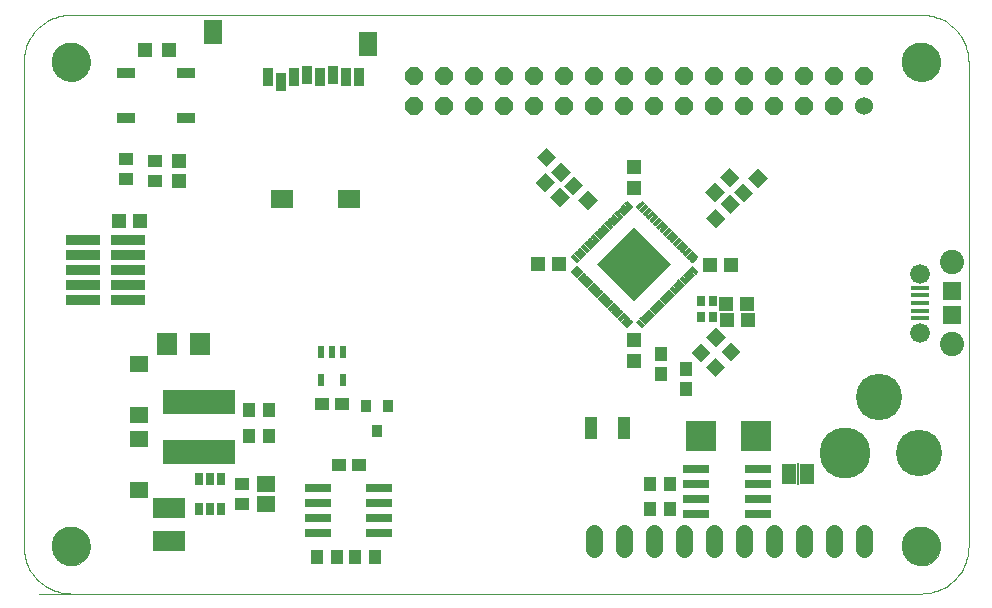
<source format=gts>
G75*
G70*
%OFA0B0*%
%FSLAX24Y24*%
%IPPOS*%
%LPD*%
%AMOC8*
5,1,8,0,0,1.08239X$1,22.5*
%
%ADD10C,0.0000*%
%ADD11R,0.0434X0.0473*%
%ADD12R,0.0453X0.0465*%
%ADD13C,0.0012*%
%ADD14R,0.1752X0.1752*%
%ADD15R,0.0465X0.0453*%
%ADD16R,0.1140X0.0330*%
%ADD17R,0.0312X0.0434*%
%ADD18R,0.1103X0.0670*%
%ADD19R,0.0473X0.0434*%
%ADD20R,0.0631X0.0552*%
%ADD21R,0.0619X0.0540*%
%ADD22R,0.2402X0.0827*%
%ADD23R,0.0670X0.0749*%
%ADD24R,0.0906X0.0276*%
%ADD25R,0.0355X0.0394*%
%ADD26R,0.0434X0.0749*%
%ADD27C,0.1700*%
%ADD28C,0.1542*%
%ADD29R,0.0316X0.0335*%
%ADD30C,0.0600*%
%ADD31OC8,0.0600*%
%ADD32R,0.0749X0.0591*%
%ADD33R,0.0591X0.0788*%
%ADD34R,0.0355X0.0631*%
%ADD35R,0.0640X0.0340*%
%ADD36R,0.0512X0.0512*%
%ADD37C,0.0560*%
%ADD38R,0.0237X0.0434*%
%ADD39R,0.0910X0.0280*%
%ADD40R,0.0500X0.0670*%
%ADD41R,0.0060X0.0720*%
%ADD42C,0.1300*%
%ADD43R,0.1040X0.1040*%
%ADD44R,0.0591X0.0178*%
%ADD45C,0.0808*%
%ADD46C,0.0660*%
%ADD47R,0.0631X0.0631*%
D10*
X020305Y019017D02*
X048336Y019017D01*
X049726Y019017D02*
X021380Y019017D01*
X020750Y020592D02*
X020752Y020642D01*
X020758Y020692D01*
X020768Y020741D01*
X020782Y020789D01*
X020799Y020836D01*
X020820Y020881D01*
X020845Y020925D01*
X020873Y020966D01*
X020905Y021005D01*
X020939Y021042D01*
X020976Y021076D01*
X021016Y021106D01*
X021058Y021133D01*
X021102Y021157D01*
X021148Y021178D01*
X021195Y021194D01*
X021243Y021207D01*
X021293Y021216D01*
X021342Y021221D01*
X021393Y021222D01*
X021443Y021219D01*
X021492Y021212D01*
X021541Y021201D01*
X021589Y021186D01*
X021635Y021168D01*
X021680Y021146D01*
X021723Y021120D01*
X021764Y021091D01*
X021803Y021059D01*
X021839Y021024D01*
X021871Y020986D01*
X021901Y020946D01*
X021928Y020903D01*
X021951Y020859D01*
X021970Y020813D01*
X021986Y020765D01*
X021998Y020716D01*
X022006Y020667D01*
X022010Y020617D01*
X022010Y020567D01*
X022006Y020517D01*
X021998Y020468D01*
X021986Y020419D01*
X021970Y020371D01*
X021951Y020325D01*
X021928Y020281D01*
X021901Y020238D01*
X021871Y020198D01*
X021839Y020160D01*
X021803Y020125D01*
X021764Y020093D01*
X021723Y020064D01*
X021680Y020038D01*
X021635Y020016D01*
X021589Y019998D01*
X021541Y019983D01*
X021492Y019972D01*
X021443Y019965D01*
X021393Y019962D01*
X021342Y019963D01*
X021293Y019968D01*
X021243Y019977D01*
X021195Y019990D01*
X021148Y020006D01*
X021102Y020027D01*
X021058Y020051D01*
X021016Y020078D01*
X020976Y020108D01*
X020939Y020142D01*
X020905Y020179D01*
X020873Y020218D01*
X020845Y020259D01*
X020820Y020303D01*
X020799Y020348D01*
X020782Y020395D01*
X020768Y020443D01*
X020758Y020492D01*
X020752Y020542D01*
X020750Y020592D01*
X019805Y020592D02*
X019807Y020515D01*
X019813Y020438D01*
X019822Y020361D01*
X019835Y020285D01*
X019852Y020209D01*
X019873Y020135D01*
X019897Y020061D01*
X019925Y019989D01*
X019956Y019919D01*
X019991Y019850D01*
X020029Y019782D01*
X020070Y019717D01*
X020115Y019654D01*
X020163Y019593D01*
X020213Y019534D01*
X020266Y019478D01*
X020322Y019425D01*
X020381Y019375D01*
X020442Y019327D01*
X020505Y019282D01*
X020570Y019241D01*
X020638Y019203D01*
X020707Y019168D01*
X020777Y019137D01*
X020849Y019109D01*
X020923Y019085D01*
X020997Y019064D01*
X021073Y019047D01*
X021149Y019034D01*
X021226Y019025D01*
X021303Y019019D01*
X021380Y019017D01*
X019805Y020592D02*
X019805Y036734D01*
X020750Y036734D02*
X020752Y036784D01*
X020758Y036834D01*
X020768Y036883D01*
X020782Y036931D01*
X020799Y036978D01*
X020820Y037023D01*
X020845Y037067D01*
X020873Y037108D01*
X020905Y037147D01*
X020939Y037184D01*
X020976Y037218D01*
X021016Y037248D01*
X021058Y037275D01*
X021102Y037299D01*
X021148Y037320D01*
X021195Y037336D01*
X021243Y037349D01*
X021293Y037358D01*
X021342Y037363D01*
X021393Y037364D01*
X021443Y037361D01*
X021492Y037354D01*
X021541Y037343D01*
X021589Y037328D01*
X021635Y037310D01*
X021680Y037288D01*
X021723Y037262D01*
X021764Y037233D01*
X021803Y037201D01*
X021839Y037166D01*
X021871Y037128D01*
X021901Y037088D01*
X021928Y037045D01*
X021951Y037001D01*
X021970Y036955D01*
X021986Y036907D01*
X021998Y036858D01*
X022006Y036809D01*
X022010Y036759D01*
X022010Y036709D01*
X022006Y036659D01*
X021998Y036610D01*
X021986Y036561D01*
X021970Y036513D01*
X021951Y036467D01*
X021928Y036423D01*
X021901Y036380D01*
X021871Y036340D01*
X021839Y036302D01*
X021803Y036267D01*
X021764Y036235D01*
X021723Y036206D01*
X021680Y036180D01*
X021635Y036158D01*
X021589Y036140D01*
X021541Y036125D01*
X021492Y036114D01*
X021443Y036107D01*
X021393Y036104D01*
X021342Y036105D01*
X021293Y036110D01*
X021243Y036119D01*
X021195Y036132D01*
X021148Y036148D01*
X021102Y036169D01*
X021058Y036193D01*
X021016Y036220D01*
X020976Y036250D01*
X020939Y036284D01*
X020905Y036321D01*
X020873Y036360D01*
X020845Y036401D01*
X020820Y036445D01*
X020799Y036490D01*
X020782Y036537D01*
X020768Y036585D01*
X020758Y036634D01*
X020752Y036684D01*
X020750Y036734D01*
X019805Y036734D02*
X019807Y036811D01*
X019813Y036888D01*
X019822Y036965D01*
X019835Y037041D01*
X019852Y037117D01*
X019873Y037191D01*
X019897Y037265D01*
X019925Y037337D01*
X019956Y037407D01*
X019991Y037476D01*
X020029Y037544D01*
X020070Y037609D01*
X020115Y037672D01*
X020163Y037733D01*
X020213Y037792D01*
X020266Y037848D01*
X020322Y037901D01*
X020381Y037951D01*
X020442Y037999D01*
X020505Y038044D01*
X020570Y038085D01*
X020638Y038123D01*
X020707Y038158D01*
X020777Y038189D01*
X020849Y038217D01*
X020923Y038241D01*
X020997Y038262D01*
X021073Y038279D01*
X021149Y038292D01*
X021226Y038301D01*
X021303Y038307D01*
X021380Y038309D01*
X049726Y038309D01*
X049096Y036734D02*
X049098Y036784D01*
X049104Y036834D01*
X049114Y036883D01*
X049128Y036931D01*
X049145Y036978D01*
X049166Y037023D01*
X049191Y037067D01*
X049219Y037108D01*
X049251Y037147D01*
X049285Y037184D01*
X049322Y037218D01*
X049362Y037248D01*
X049404Y037275D01*
X049448Y037299D01*
X049494Y037320D01*
X049541Y037336D01*
X049589Y037349D01*
X049639Y037358D01*
X049688Y037363D01*
X049739Y037364D01*
X049789Y037361D01*
X049838Y037354D01*
X049887Y037343D01*
X049935Y037328D01*
X049981Y037310D01*
X050026Y037288D01*
X050069Y037262D01*
X050110Y037233D01*
X050149Y037201D01*
X050185Y037166D01*
X050217Y037128D01*
X050247Y037088D01*
X050274Y037045D01*
X050297Y037001D01*
X050316Y036955D01*
X050332Y036907D01*
X050344Y036858D01*
X050352Y036809D01*
X050356Y036759D01*
X050356Y036709D01*
X050352Y036659D01*
X050344Y036610D01*
X050332Y036561D01*
X050316Y036513D01*
X050297Y036467D01*
X050274Y036423D01*
X050247Y036380D01*
X050217Y036340D01*
X050185Y036302D01*
X050149Y036267D01*
X050110Y036235D01*
X050069Y036206D01*
X050026Y036180D01*
X049981Y036158D01*
X049935Y036140D01*
X049887Y036125D01*
X049838Y036114D01*
X049789Y036107D01*
X049739Y036104D01*
X049688Y036105D01*
X049639Y036110D01*
X049589Y036119D01*
X049541Y036132D01*
X049494Y036148D01*
X049448Y036169D01*
X049404Y036193D01*
X049362Y036220D01*
X049322Y036250D01*
X049285Y036284D01*
X049251Y036321D01*
X049219Y036360D01*
X049191Y036401D01*
X049166Y036445D01*
X049145Y036490D01*
X049128Y036537D01*
X049114Y036585D01*
X049104Y036634D01*
X049098Y036684D01*
X049096Y036734D01*
X049726Y038309D02*
X049803Y038307D01*
X049880Y038301D01*
X049957Y038292D01*
X050033Y038279D01*
X050109Y038262D01*
X050183Y038241D01*
X050257Y038217D01*
X050329Y038189D01*
X050399Y038158D01*
X050468Y038123D01*
X050536Y038085D01*
X050601Y038044D01*
X050664Y037999D01*
X050725Y037951D01*
X050784Y037901D01*
X050840Y037848D01*
X050893Y037792D01*
X050943Y037733D01*
X050991Y037672D01*
X051036Y037609D01*
X051077Y037544D01*
X051115Y037476D01*
X051150Y037407D01*
X051181Y037337D01*
X051209Y037265D01*
X051233Y037191D01*
X051254Y037117D01*
X051271Y037041D01*
X051284Y036965D01*
X051293Y036888D01*
X051299Y036811D01*
X051301Y036734D01*
X051301Y020592D01*
X049096Y020592D02*
X049098Y020642D01*
X049104Y020692D01*
X049114Y020741D01*
X049128Y020789D01*
X049145Y020836D01*
X049166Y020881D01*
X049191Y020925D01*
X049219Y020966D01*
X049251Y021005D01*
X049285Y021042D01*
X049322Y021076D01*
X049362Y021106D01*
X049404Y021133D01*
X049448Y021157D01*
X049494Y021178D01*
X049541Y021194D01*
X049589Y021207D01*
X049639Y021216D01*
X049688Y021221D01*
X049739Y021222D01*
X049789Y021219D01*
X049838Y021212D01*
X049887Y021201D01*
X049935Y021186D01*
X049981Y021168D01*
X050026Y021146D01*
X050069Y021120D01*
X050110Y021091D01*
X050149Y021059D01*
X050185Y021024D01*
X050217Y020986D01*
X050247Y020946D01*
X050274Y020903D01*
X050297Y020859D01*
X050316Y020813D01*
X050332Y020765D01*
X050344Y020716D01*
X050352Y020667D01*
X050356Y020617D01*
X050356Y020567D01*
X050352Y020517D01*
X050344Y020468D01*
X050332Y020419D01*
X050316Y020371D01*
X050297Y020325D01*
X050274Y020281D01*
X050247Y020238D01*
X050217Y020198D01*
X050185Y020160D01*
X050149Y020125D01*
X050110Y020093D01*
X050069Y020064D01*
X050026Y020038D01*
X049981Y020016D01*
X049935Y019998D01*
X049887Y019983D01*
X049838Y019972D01*
X049789Y019965D01*
X049739Y019962D01*
X049688Y019963D01*
X049639Y019968D01*
X049589Y019977D01*
X049541Y019990D01*
X049494Y020006D01*
X049448Y020027D01*
X049404Y020051D01*
X049362Y020078D01*
X049322Y020108D01*
X049285Y020142D01*
X049251Y020179D01*
X049219Y020218D01*
X049191Y020259D01*
X049166Y020303D01*
X049145Y020348D01*
X049128Y020395D01*
X049114Y020443D01*
X049104Y020492D01*
X049098Y020542D01*
X049096Y020592D01*
X049726Y019017D02*
X049803Y019019D01*
X049880Y019025D01*
X049957Y019034D01*
X050033Y019047D01*
X050109Y019064D01*
X050183Y019085D01*
X050257Y019109D01*
X050329Y019137D01*
X050399Y019168D01*
X050468Y019203D01*
X050536Y019241D01*
X050601Y019282D01*
X050664Y019327D01*
X050725Y019375D01*
X050784Y019425D01*
X050840Y019478D01*
X050893Y019534D01*
X050943Y019593D01*
X050991Y019654D01*
X051036Y019717D01*
X051077Y019782D01*
X051115Y019850D01*
X051150Y019919D01*
X051181Y019989D01*
X051209Y020061D01*
X051233Y020135D01*
X051254Y020209D01*
X051271Y020285D01*
X051284Y020361D01*
X051293Y020438D01*
X051299Y020515D01*
X051301Y020592D01*
D11*
X041353Y021828D03*
X040683Y021828D03*
X040683Y022675D03*
X041353Y022675D03*
X041875Y025835D03*
X041875Y026504D03*
X041058Y026323D03*
X041058Y026992D03*
X031533Y020225D03*
X030864Y020225D03*
X030246Y020250D03*
X029576Y020250D03*
X027970Y024270D03*
X027301Y024270D03*
X027301Y025120D03*
X027970Y025120D03*
D12*
X023683Y031421D03*
X022994Y031421D03*
X036947Y029992D03*
X037636Y029992D03*
G36*
X037677Y031908D02*
X037358Y032227D01*
X037685Y032554D01*
X038004Y032235D01*
X037677Y031908D01*
G37*
G36*
X038137Y032944D02*
X038456Y032625D01*
X038129Y032298D01*
X037810Y032617D01*
X038137Y032944D01*
G37*
G36*
X037709Y032748D02*
X037390Y033067D01*
X037717Y033394D01*
X038036Y033075D01*
X037709Y032748D01*
G37*
G36*
X037190Y032395D02*
X036871Y032714D01*
X037198Y033041D01*
X037517Y032722D01*
X037190Y032395D01*
G37*
G36*
X037222Y033235D02*
X036903Y033554D01*
X037230Y033881D01*
X037549Y033562D01*
X037222Y033235D01*
G37*
G36*
X038625Y032456D02*
X038944Y032137D01*
X038617Y031810D01*
X038298Y032129D01*
X038625Y032456D01*
G37*
G36*
X042533Y032402D02*
X042852Y032721D01*
X043179Y032394D01*
X042860Y032075D01*
X042533Y032402D01*
G37*
G36*
X043682Y031999D02*
X043363Y031680D01*
X043036Y032007D01*
X043355Y032326D01*
X043682Y031999D01*
G37*
G36*
X043479Y032385D02*
X043798Y032704D01*
X044125Y032377D01*
X043806Y032058D01*
X043479Y032385D01*
G37*
G36*
X043021Y032890D02*
X043340Y033209D01*
X043667Y032882D01*
X043348Y032563D01*
X043021Y032890D01*
G37*
G36*
X043966Y032873D02*
X044285Y033192D01*
X044612Y032865D01*
X044293Y032546D01*
X043966Y032873D01*
G37*
G36*
X043195Y031512D02*
X042876Y031193D01*
X042549Y031520D01*
X042868Y031839D01*
X043195Y031512D01*
G37*
X043376Y029971D03*
X042687Y029971D03*
X043233Y028665D03*
X043253Y028145D03*
G36*
X042881Y027242D02*
X042562Y027561D01*
X042889Y027888D01*
X043208Y027569D01*
X042881Y027242D01*
G37*
G36*
X043368Y026755D02*
X043049Y027074D01*
X043376Y027401D01*
X043695Y027082D01*
X043368Y026755D01*
G37*
G36*
X042862Y026233D02*
X042543Y026552D01*
X042870Y026879D01*
X043189Y026560D01*
X042862Y026233D01*
G37*
G36*
X042375Y026721D02*
X042056Y027040D01*
X042383Y027367D01*
X042702Y027048D01*
X042375Y026721D01*
G37*
X043942Y028145D03*
X043922Y028665D03*
D13*
X042080Y029931D02*
X042005Y029856D01*
X042080Y029931D02*
X042265Y029746D01*
X042190Y029671D01*
X042005Y029856D01*
X042179Y029682D02*
X042201Y029682D01*
X042212Y029693D02*
X042168Y029693D01*
X042157Y029704D02*
X042223Y029704D01*
X042234Y029715D02*
X042146Y029715D01*
X042135Y029726D02*
X042245Y029726D01*
X042256Y029737D02*
X042124Y029737D01*
X042113Y029748D02*
X042263Y029748D01*
X042252Y029759D02*
X042102Y029759D01*
X042091Y029770D02*
X042241Y029770D01*
X042230Y029781D02*
X042080Y029781D01*
X042069Y029792D02*
X042219Y029792D01*
X042208Y029803D02*
X042058Y029803D01*
X042047Y029814D02*
X042197Y029814D01*
X042186Y029825D02*
X042036Y029825D01*
X042025Y029836D02*
X042175Y029836D01*
X042164Y029847D02*
X042014Y029847D01*
X042007Y029858D02*
X042153Y029858D01*
X042142Y029869D02*
X042018Y029869D01*
X042029Y029880D02*
X042131Y029880D01*
X042120Y029891D02*
X042040Y029891D01*
X042051Y029902D02*
X042109Y029902D01*
X042098Y029913D02*
X042062Y029913D01*
X042073Y029924D02*
X042087Y029924D01*
X041968Y029819D02*
X041893Y029744D01*
X041968Y029819D02*
X042153Y029634D01*
X042078Y029559D01*
X041893Y029744D01*
X042067Y029570D02*
X042089Y029570D01*
X042100Y029581D02*
X042056Y029581D01*
X042045Y029592D02*
X042111Y029592D01*
X042122Y029603D02*
X042034Y029603D01*
X042023Y029614D02*
X042133Y029614D01*
X042144Y029625D02*
X042012Y029625D01*
X042001Y029636D02*
X042151Y029636D01*
X042140Y029647D02*
X041990Y029647D01*
X041979Y029658D02*
X042129Y029658D01*
X042118Y029669D02*
X041968Y029669D01*
X041957Y029680D02*
X042107Y029680D01*
X042096Y029691D02*
X041946Y029691D01*
X041935Y029702D02*
X042085Y029702D01*
X042074Y029713D02*
X041924Y029713D01*
X041913Y029724D02*
X042063Y029724D01*
X042052Y029735D02*
X041902Y029735D01*
X041895Y029746D02*
X042041Y029746D01*
X042030Y029757D02*
X041906Y029757D01*
X041917Y029768D02*
X042019Y029768D01*
X042008Y029779D02*
X041928Y029779D01*
X041939Y029790D02*
X041997Y029790D01*
X041986Y029801D02*
X041950Y029801D01*
X041961Y029812D02*
X041975Y029812D01*
X041857Y029708D02*
X041782Y029633D01*
X041857Y029708D02*
X042042Y029523D01*
X041967Y029448D01*
X041782Y029633D01*
X041956Y029459D02*
X041978Y029459D01*
X041989Y029470D02*
X041945Y029470D01*
X041934Y029481D02*
X042000Y029481D01*
X042011Y029492D02*
X041923Y029492D01*
X041912Y029503D02*
X042022Y029503D01*
X042033Y029514D02*
X041901Y029514D01*
X041890Y029525D02*
X042040Y029525D01*
X042029Y029536D02*
X041879Y029536D01*
X041868Y029547D02*
X042018Y029547D01*
X042007Y029558D02*
X041857Y029558D01*
X041846Y029569D02*
X041996Y029569D01*
X041985Y029580D02*
X041835Y029580D01*
X041824Y029591D02*
X041974Y029591D01*
X041963Y029602D02*
X041813Y029602D01*
X041802Y029613D02*
X041952Y029613D01*
X041941Y029624D02*
X041791Y029624D01*
X041784Y029635D02*
X041930Y029635D01*
X041919Y029646D02*
X041795Y029646D01*
X041806Y029657D02*
X041908Y029657D01*
X041897Y029668D02*
X041817Y029668D01*
X041828Y029679D02*
X041886Y029679D01*
X041875Y029690D02*
X041839Y029690D01*
X041850Y029701D02*
X041864Y029701D01*
X041746Y029596D02*
X041671Y029521D01*
X041746Y029596D02*
X041931Y029411D01*
X041856Y029336D01*
X041671Y029521D01*
X041845Y029347D02*
X041867Y029347D01*
X041878Y029358D02*
X041834Y029358D01*
X041823Y029369D02*
X041889Y029369D01*
X041900Y029380D02*
X041812Y029380D01*
X041801Y029391D02*
X041911Y029391D01*
X041922Y029402D02*
X041790Y029402D01*
X041779Y029413D02*
X041929Y029413D01*
X041918Y029424D02*
X041768Y029424D01*
X041757Y029435D02*
X041907Y029435D01*
X041896Y029446D02*
X041746Y029446D01*
X041735Y029457D02*
X041885Y029457D01*
X041874Y029468D02*
X041724Y029468D01*
X041713Y029479D02*
X041863Y029479D01*
X041852Y029490D02*
X041702Y029490D01*
X041691Y029501D02*
X041841Y029501D01*
X041830Y029512D02*
X041680Y029512D01*
X041673Y029523D02*
X041819Y029523D01*
X041808Y029534D02*
X041684Y029534D01*
X041695Y029545D02*
X041797Y029545D01*
X041786Y029556D02*
X041706Y029556D01*
X041717Y029567D02*
X041775Y029567D01*
X041764Y029578D02*
X041728Y029578D01*
X041739Y029589D02*
X041753Y029589D01*
X041634Y029485D02*
X041559Y029410D01*
X041634Y029485D02*
X041819Y029300D01*
X041744Y029225D01*
X041559Y029410D01*
X041733Y029236D02*
X041755Y029236D01*
X041766Y029247D02*
X041722Y029247D01*
X041711Y029258D02*
X041777Y029258D01*
X041788Y029269D02*
X041700Y029269D01*
X041689Y029280D02*
X041799Y029280D01*
X041810Y029291D02*
X041678Y029291D01*
X041667Y029302D02*
X041817Y029302D01*
X041806Y029313D02*
X041656Y029313D01*
X041645Y029324D02*
X041795Y029324D01*
X041784Y029335D02*
X041634Y029335D01*
X041623Y029346D02*
X041773Y029346D01*
X041762Y029357D02*
X041612Y029357D01*
X041601Y029368D02*
X041751Y029368D01*
X041740Y029379D02*
X041590Y029379D01*
X041579Y029390D02*
X041729Y029390D01*
X041718Y029401D02*
X041568Y029401D01*
X041561Y029412D02*
X041707Y029412D01*
X041696Y029423D02*
X041572Y029423D01*
X041583Y029434D02*
X041685Y029434D01*
X041674Y029445D02*
X041594Y029445D01*
X041605Y029456D02*
X041663Y029456D01*
X041652Y029467D02*
X041616Y029467D01*
X041627Y029478D02*
X041641Y029478D01*
X041523Y029374D02*
X041448Y029299D01*
X041523Y029374D02*
X041708Y029189D01*
X041633Y029114D01*
X041448Y029299D01*
X041622Y029125D02*
X041644Y029125D01*
X041655Y029136D02*
X041611Y029136D01*
X041600Y029147D02*
X041666Y029147D01*
X041677Y029158D02*
X041589Y029158D01*
X041578Y029169D02*
X041688Y029169D01*
X041699Y029180D02*
X041567Y029180D01*
X041556Y029191D02*
X041706Y029191D01*
X041695Y029202D02*
X041545Y029202D01*
X041534Y029213D02*
X041684Y029213D01*
X041673Y029224D02*
X041523Y029224D01*
X041512Y029235D02*
X041662Y029235D01*
X041651Y029246D02*
X041501Y029246D01*
X041490Y029257D02*
X041640Y029257D01*
X041629Y029268D02*
X041479Y029268D01*
X041468Y029279D02*
X041618Y029279D01*
X041607Y029290D02*
X041457Y029290D01*
X041450Y029301D02*
X041596Y029301D01*
X041585Y029312D02*
X041461Y029312D01*
X041472Y029323D02*
X041574Y029323D01*
X041563Y029334D02*
X041483Y029334D01*
X041494Y029345D02*
X041552Y029345D01*
X041541Y029356D02*
X041505Y029356D01*
X041516Y029367D02*
X041530Y029367D01*
X041412Y029262D02*
X041337Y029187D01*
X041412Y029262D02*
X041597Y029077D01*
X041522Y029002D01*
X041337Y029187D01*
X041511Y029013D02*
X041533Y029013D01*
X041544Y029024D02*
X041500Y029024D01*
X041489Y029035D02*
X041555Y029035D01*
X041566Y029046D02*
X041478Y029046D01*
X041467Y029057D02*
X041577Y029057D01*
X041588Y029068D02*
X041456Y029068D01*
X041445Y029079D02*
X041595Y029079D01*
X041584Y029090D02*
X041434Y029090D01*
X041423Y029101D02*
X041573Y029101D01*
X041562Y029112D02*
X041412Y029112D01*
X041401Y029123D02*
X041551Y029123D01*
X041540Y029134D02*
X041390Y029134D01*
X041379Y029145D02*
X041529Y029145D01*
X041518Y029156D02*
X041368Y029156D01*
X041357Y029167D02*
X041507Y029167D01*
X041496Y029178D02*
X041346Y029178D01*
X041339Y029189D02*
X041485Y029189D01*
X041474Y029200D02*
X041350Y029200D01*
X041361Y029211D02*
X041463Y029211D01*
X041452Y029222D02*
X041372Y029222D01*
X041383Y029233D02*
X041441Y029233D01*
X041430Y029244D02*
X041394Y029244D01*
X041405Y029255D02*
X041419Y029255D01*
X041300Y029151D02*
X041225Y029076D01*
X041300Y029151D02*
X041485Y028966D01*
X041410Y028891D01*
X041225Y029076D01*
X041399Y028902D02*
X041421Y028902D01*
X041432Y028913D02*
X041388Y028913D01*
X041377Y028924D02*
X041443Y028924D01*
X041454Y028935D02*
X041366Y028935D01*
X041355Y028946D02*
X041465Y028946D01*
X041476Y028957D02*
X041344Y028957D01*
X041333Y028968D02*
X041483Y028968D01*
X041472Y028979D02*
X041322Y028979D01*
X041311Y028990D02*
X041461Y028990D01*
X041450Y029001D02*
X041300Y029001D01*
X041289Y029012D02*
X041439Y029012D01*
X041428Y029023D02*
X041278Y029023D01*
X041267Y029034D02*
X041417Y029034D01*
X041406Y029045D02*
X041256Y029045D01*
X041245Y029056D02*
X041395Y029056D01*
X041384Y029067D02*
X041234Y029067D01*
X041227Y029078D02*
X041373Y029078D01*
X041362Y029089D02*
X041238Y029089D01*
X041249Y029100D02*
X041351Y029100D01*
X041340Y029111D02*
X041260Y029111D01*
X041271Y029122D02*
X041329Y029122D01*
X041318Y029133D02*
X041282Y029133D01*
X041293Y029144D02*
X041307Y029144D01*
X041189Y029040D02*
X041114Y028965D01*
X041189Y029040D02*
X041374Y028855D01*
X041299Y028780D01*
X041114Y028965D01*
X041288Y028791D02*
X041310Y028791D01*
X041321Y028802D02*
X041277Y028802D01*
X041266Y028813D02*
X041332Y028813D01*
X041343Y028824D02*
X041255Y028824D01*
X041244Y028835D02*
X041354Y028835D01*
X041365Y028846D02*
X041233Y028846D01*
X041222Y028857D02*
X041372Y028857D01*
X041361Y028868D02*
X041211Y028868D01*
X041200Y028879D02*
X041350Y028879D01*
X041339Y028890D02*
X041189Y028890D01*
X041178Y028901D02*
X041328Y028901D01*
X041317Y028912D02*
X041167Y028912D01*
X041156Y028923D02*
X041306Y028923D01*
X041295Y028934D02*
X041145Y028934D01*
X041134Y028945D02*
X041284Y028945D01*
X041273Y028956D02*
X041123Y028956D01*
X041116Y028967D02*
X041262Y028967D01*
X041251Y028978D02*
X041127Y028978D01*
X041138Y028989D02*
X041240Y028989D01*
X041229Y029000D02*
X041149Y029000D01*
X041160Y029011D02*
X041218Y029011D01*
X041207Y029022D02*
X041171Y029022D01*
X041182Y029033D02*
X041196Y029033D01*
X041077Y028928D02*
X041002Y028853D01*
X041077Y028928D02*
X041262Y028743D01*
X041187Y028668D01*
X041002Y028853D01*
X041176Y028679D02*
X041198Y028679D01*
X041209Y028690D02*
X041165Y028690D01*
X041154Y028701D02*
X041220Y028701D01*
X041231Y028712D02*
X041143Y028712D01*
X041132Y028723D02*
X041242Y028723D01*
X041253Y028734D02*
X041121Y028734D01*
X041110Y028745D02*
X041260Y028745D01*
X041249Y028756D02*
X041099Y028756D01*
X041088Y028767D02*
X041238Y028767D01*
X041227Y028778D02*
X041077Y028778D01*
X041066Y028789D02*
X041216Y028789D01*
X041205Y028800D02*
X041055Y028800D01*
X041044Y028811D02*
X041194Y028811D01*
X041183Y028822D02*
X041033Y028822D01*
X041022Y028833D02*
X041172Y028833D01*
X041161Y028844D02*
X041011Y028844D01*
X041004Y028855D02*
X041150Y028855D01*
X041139Y028866D02*
X041015Y028866D01*
X041026Y028877D02*
X041128Y028877D01*
X041117Y028888D02*
X041037Y028888D01*
X041048Y028899D02*
X041106Y028899D01*
X041095Y028910D02*
X041059Y028910D01*
X041070Y028921D02*
X041084Y028921D01*
X040966Y028817D02*
X040891Y028742D01*
X040966Y028817D02*
X041151Y028632D01*
X041076Y028557D01*
X040891Y028742D01*
X041065Y028568D02*
X041087Y028568D01*
X041098Y028579D02*
X041054Y028579D01*
X041043Y028590D02*
X041109Y028590D01*
X041120Y028601D02*
X041032Y028601D01*
X041021Y028612D02*
X041131Y028612D01*
X041142Y028623D02*
X041010Y028623D01*
X040999Y028634D02*
X041149Y028634D01*
X041138Y028645D02*
X040988Y028645D01*
X040977Y028656D02*
X041127Y028656D01*
X041116Y028667D02*
X040966Y028667D01*
X040955Y028678D02*
X041105Y028678D01*
X041094Y028689D02*
X040944Y028689D01*
X040933Y028700D02*
X041083Y028700D01*
X041072Y028711D02*
X040922Y028711D01*
X040911Y028722D02*
X041061Y028722D01*
X041050Y028733D02*
X040900Y028733D01*
X040893Y028744D02*
X041039Y028744D01*
X041028Y028755D02*
X040904Y028755D01*
X040915Y028766D02*
X041017Y028766D01*
X041006Y028777D02*
X040926Y028777D01*
X040937Y028788D02*
X040995Y028788D01*
X040984Y028799D02*
X040948Y028799D01*
X040959Y028810D02*
X040973Y028810D01*
X040855Y028706D02*
X040780Y028631D01*
X040855Y028706D02*
X041040Y028521D01*
X040965Y028446D01*
X040780Y028631D01*
X040954Y028457D02*
X040976Y028457D01*
X040987Y028468D02*
X040943Y028468D01*
X040932Y028479D02*
X040998Y028479D01*
X041009Y028490D02*
X040921Y028490D01*
X040910Y028501D02*
X041020Y028501D01*
X041031Y028512D02*
X040899Y028512D01*
X040888Y028523D02*
X041038Y028523D01*
X041027Y028534D02*
X040877Y028534D01*
X040866Y028545D02*
X041016Y028545D01*
X041005Y028556D02*
X040855Y028556D01*
X040844Y028567D02*
X040994Y028567D01*
X040983Y028578D02*
X040833Y028578D01*
X040822Y028589D02*
X040972Y028589D01*
X040961Y028600D02*
X040811Y028600D01*
X040800Y028611D02*
X040950Y028611D01*
X040939Y028622D02*
X040789Y028622D01*
X040782Y028633D02*
X040928Y028633D01*
X040917Y028644D02*
X040793Y028644D01*
X040804Y028655D02*
X040906Y028655D01*
X040895Y028666D02*
X040815Y028666D01*
X040826Y028677D02*
X040884Y028677D01*
X040873Y028688D02*
X040837Y028688D01*
X040848Y028699D02*
X040862Y028699D01*
X040743Y028594D02*
X040668Y028519D01*
X040743Y028594D02*
X040928Y028409D01*
X040853Y028334D01*
X040668Y028519D01*
X040842Y028345D02*
X040864Y028345D01*
X040875Y028356D02*
X040831Y028356D01*
X040820Y028367D02*
X040886Y028367D01*
X040897Y028378D02*
X040809Y028378D01*
X040798Y028389D02*
X040908Y028389D01*
X040919Y028400D02*
X040787Y028400D01*
X040776Y028411D02*
X040926Y028411D01*
X040915Y028422D02*
X040765Y028422D01*
X040754Y028433D02*
X040904Y028433D01*
X040893Y028444D02*
X040743Y028444D01*
X040732Y028455D02*
X040882Y028455D01*
X040871Y028466D02*
X040721Y028466D01*
X040710Y028477D02*
X040860Y028477D01*
X040849Y028488D02*
X040699Y028488D01*
X040688Y028499D02*
X040838Y028499D01*
X040827Y028510D02*
X040677Y028510D01*
X040670Y028521D02*
X040816Y028521D01*
X040805Y028532D02*
X040681Y028532D01*
X040692Y028543D02*
X040794Y028543D01*
X040783Y028554D02*
X040703Y028554D01*
X040714Y028565D02*
X040772Y028565D01*
X040761Y028576D02*
X040725Y028576D01*
X040736Y028587D02*
X040750Y028587D01*
X040632Y028483D02*
X040557Y028408D01*
X040632Y028483D02*
X040817Y028298D01*
X040742Y028223D01*
X040557Y028408D01*
X040731Y028234D02*
X040753Y028234D01*
X040764Y028245D02*
X040720Y028245D01*
X040709Y028256D02*
X040775Y028256D01*
X040786Y028267D02*
X040698Y028267D01*
X040687Y028278D02*
X040797Y028278D01*
X040808Y028289D02*
X040676Y028289D01*
X040665Y028300D02*
X040815Y028300D01*
X040804Y028311D02*
X040654Y028311D01*
X040643Y028322D02*
X040793Y028322D01*
X040782Y028333D02*
X040632Y028333D01*
X040621Y028344D02*
X040771Y028344D01*
X040760Y028355D02*
X040610Y028355D01*
X040599Y028366D02*
X040749Y028366D01*
X040738Y028377D02*
X040588Y028377D01*
X040577Y028388D02*
X040727Y028388D01*
X040716Y028399D02*
X040566Y028399D01*
X040559Y028410D02*
X040705Y028410D01*
X040694Y028421D02*
X040570Y028421D01*
X040581Y028432D02*
X040683Y028432D01*
X040672Y028443D02*
X040592Y028443D01*
X040603Y028454D02*
X040661Y028454D01*
X040650Y028465D02*
X040614Y028465D01*
X040625Y028476D02*
X040639Y028476D01*
X040521Y028372D02*
X040446Y028297D01*
X040521Y028372D02*
X040706Y028187D01*
X040631Y028112D01*
X040446Y028297D01*
X040620Y028123D02*
X040642Y028123D01*
X040653Y028134D02*
X040609Y028134D01*
X040598Y028145D02*
X040664Y028145D01*
X040675Y028156D02*
X040587Y028156D01*
X040576Y028167D02*
X040686Y028167D01*
X040697Y028178D02*
X040565Y028178D01*
X040554Y028189D02*
X040704Y028189D01*
X040693Y028200D02*
X040543Y028200D01*
X040532Y028211D02*
X040682Y028211D01*
X040671Y028222D02*
X040521Y028222D01*
X040510Y028233D02*
X040660Y028233D01*
X040649Y028244D02*
X040499Y028244D01*
X040488Y028255D02*
X040638Y028255D01*
X040627Y028266D02*
X040477Y028266D01*
X040466Y028277D02*
X040616Y028277D01*
X040605Y028288D02*
X040455Y028288D01*
X040448Y028299D02*
X040594Y028299D01*
X040583Y028310D02*
X040459Y028310D01*
X040470Y028321D02*
X040572Y028321D01*
X040561Y028332D02*
X040481Y028332D01*
X040492Y028343D02*
X040550Y028343D01*
X040539Y028354D02*
X040503Y028354D01*
X040514Y028365D02*
X040528Y028365D01*
X040409Y028260D02*
X040334Y028185D01*
X040409Y028260D02*
X040594Y028075D01*
X040519Y028000D01*
X040334Y028185D01*
X040508Y028011D02*
X040530Y028011D01*
X040541Y028022D02*
X040497Y028022D01*
X040486Y028033D02*
X040552Y028033D01*
X040563Y028044D02*
X040475Y028044D01*
X040464Y028055D02*
X040574Y028055D01*
X040585Y028066D02*
X040453Y028066D01*
X040442Y028077D02*
X040592Y028077D01*
X040581Y028088D02*
X040431Y028088D01*
X040420Y028099D02*
X040570Y028099D01*
X040559Y028110D02*
X040409Y028110D01*
X040398Y028121D02*
X040548Y028121D01*
X040537Y028132D02*
X040387Y028132D01*
X040376Y028143D02*
X040526Y028143D01*
X040515Y028154D02*
X040365Y028154D01*
X040354Y028165D02*
X040504Y028165D01*
X040493Y028176D02*
X040343Y028176D01*
X040336Y028187D02*
X040482Y028187D01*
X040471Y028198D02*
X040347Y028198D01*
X040358Y028209D02*
X040460Y028209D01*
X040449Y028220D02*
X040369Y028220D01*
X040380Y028231D02*
X040438Y028231D01*
X040427Y028242D02*
X040391Y028242D01*
X040402Y028253D02*
X040416Y028253D01*
X040298Y028149D02*
X040223Y028074D01*
X040298Y028149D02*
X040483Y027964D01*
X040408Y027889D01*
X040223Y028074D01*
X040397Y027900D02*
X040419Y027900D01*
X040430Y027911D02*
X040386Y027911D01*
X040375Y027922D02*
X040441Y027922D01*
X040452Y027933D02*
X040364Y027933D01*
X040353Y027944D02*
X040463Y027944D01*
X040474Y027955D02*
X040342Y027955D01*
X040331Y027966D02*
X040481Y027966D01*
X040470Y027977D02*
X040320Y027977D01*
X040309Y027988D02*
X040459Y027988D01*
X040448Y027999D02*
X040298Y027999D01*
X040287Y028010D02*
X040437Y028010D01*
X040426Y028021D02*
X040276Y028021D01*
X040265Y028032D02*
X040415Y028032D01*
X040404Y028043D02*
X040254Y028043D01*
X040243Y028054D02*
X040393Y028054D01*
X040382Y028065D02*
X040232Y028065D01*
X040225Y028076D02*
X040371Y028076D01*
X040360Y028087D02*
X040236Y028087D01*
X040247Y028098D02*
X040349Y028098D01*
X040338Y028109D02*
X040258Y028109D01*
X040269Y028120D02*
X040327Y028120D01*
X040316Y028131D02*
X040280Y028131D01*
X040291Y028142D02*
X040305Y028142D01*
X040093Y028074D02*
X040018Y028149D01*
X040093Y028074D02*
X039908Y027889D01*
X039833Y027964D01*
X040018Y028149D01*
X039919Y027900D02*
X039897Y027900D01*
X039886Y027911D02*
X039930Y027911D01*
X039941Y027922D02*
X039875Y027922D01*
X039864Y027933D02*
X039952Y027933D01*
X039963Y027944D02*
X039853Y027944D01*
X039842Y027955D02*
X039974Y027955D01*
X039985Y027966D02*
X039835Y027966D01*
X039846Y027977D02*
X039996Y027977D01*
X040007Y027988D02*
X039857Y027988D01*
X039868Y027999D02*
X040018Y027999D01*
X040029Y028010D02*
X039879Y028010D01*
X039890Y028021D02*
X040040Y028021D01*
X040051Y028032D02*
X039901Y028032D01*
X039912Y028043D02*
X040062Y028043D01*
X040073Y028054D02*
X039923Y028054D01*
X039934Y028065D02*
X040084Y028065D01*
X040091Y028076D02*
X039945Y028076D01*
X039956Y028087D02*
X040080Y028087D01*
X040069Y028098D02*
X039967Y028098D01*
X039978Y028109D02*
X040058Y028109D01*
X040047Y028120D02*
X039989Y028120D01*
X040000Y028131D02*
X040036Y028131D01*
X040025Y028142D02*
X040011Y028142D01*
X039982Y028185D02*
X039907Y028260D01*
X039982Y028185D02*
X039797Y028000D01*
X039722Y028075D01*
X039907Y028260D01*
X039808Y028011D02*
X039786Y028011D01*
X039775Y028022D02*
X039819Y028022D01*
X039830Y028033D02*
X039764Y028033D01*
X039753Y028044D02*
X039841Y028044D01*
X039852Y028055D02*
X039742Y028055D01*
X039731Y028066D02*
X039863Y028066D01*
X039874Y028077D02*
X039724Y028077D01*
X039735Y028088D02*
X039885Y028088D01*
X039896Y028099D02*
X039746Y028099D01*
X039757Y028110D02*
X039907Y028110D01*
X039918Y028121D02*
X039768Y028121D01*
X039779Y028132D02*
X039929Y028132D01*
X039940Y028143D02*
X039790Y028143D01*
X039801Y028154D02*
X039951Y028154D01*
X039962Y028165D02*
X039812Y028165D01*
X039823Y028176D02*
X039973Y028176D01*
X039980Y028187D02*
X039834Y028187D01*
X039845Y028198D02*
X039969Y028198D01*
X039958Y028209D02*
X039856Y028209D01*
X039867Y028220D02*
X039947Y028220D01*
X039936Y028231D02*
X039878Y028231D01*
X039889Y028242D02*
X039925Y028242D01*
X039914Y028253D02*
X039900Y028253D01*
X039871Y028297D02*
X039796Y028372D01*
X039871Y028297D02*
X039686Y028112D01*
X039611Y028187D01*
X039796Y028372D01*
X039697Y028123D02*
X039675Y028123D01*
X039664Y028134D02*
X039708Y028134D01*
X039719Y028145D02*
X039653Y028145D01*
X039642Y028156D02*
X039730Y028156D01*
X039741Y028167D02*
X039631Y028167D01*
X039620Y028178D02*
X039752Y028178D01*
X039763Y028189D02*
X039613Y028189D01*
X039624Y028200D02*
X039774Y028200D01*
X039785Y028211D02*
X039635Y028211D01*
X039646Y028222D02*
X039796Y028222D01*
X039807Y028233D02*
X039657Y028233D01*
X039668Y028244D02*
X039818Y028244D01*
X039829Y028255D02*
X039679Y028255D01*
X039690Y028266D02*
X039840Y028266D01*
X039851Y028277D02*
X039701Y028277D01*
X039712Y028288D02*
X039862Y028288D01*
X039869Y028299D02*
X039723Y028299D01*
X039734Y028310D02*
X039858Y028310D01*
X039847Y028321D02*
X039745Y028321D01*
X039756Y028332D02*
X039836Y028332D01*
X039825Y028343D02*
X039767Y028343D01*
X039778Y028354D02*
X039814Y028354D01*
X039803Y028365D02*
X039789Y028365D01*
X039759Y028408D02*
X039684Y028483D01*
X039759Y028408D02*
X039574Y028223D01*
X039499Y028298D01*
X039684Y028483D01*
X039585Y028234D02*
X039563Y028234D01*
X039552Y028245D02*
X039596Y028245D01*
X039607Y028256D02*
X039541Y028256D01*
X039530Y028267D02*
X039618Y028267D01*
X039629Y028278D02*
X039519Y028278D01*
X039508Y028289D02*
X039640Y028289D01*
X039651Y028300D02*
X039501Y028300D01*
X039512Y028311D02*
X039662Y028311D01*
X039673Y028322D02*
X039523Y028322D01*
X039534Y028333D02*
X039684Y028333D01*
X039695Y028344D02*
X039545Y028344D01*
X039556Y028355D02*
X039706Y028355D01*
X039717Y028366D02*
X039567Y028366D01*
X039578Y028377D02*
X039728Y028377D01*
X039739Y028388D02*
X039589Y028388D01*
X039600Y028399D02*
X039750Y028399D01*
X039757Y028410D02*
X039611Y028410D01*
X039622Y028421D02*
X039746Y028421D01*
X039735Y028432D02*
X039633Y028432D01*
X039644Y028443D02*
X039724Y028443D01*
X039713Y028454D02*
X039655Y028454D01*
X039666Y028465D02*
X039702Y028465D01*
X039691Y028476D02*
X039677Y028476D01*
X039648Y028519D02*
X039573Y028594D01*
X039648Y028519D02*
X039463Y028334D01*
X039388Y028409D01*
X039573Y028594D01*
X039474Y028345D02*
X039452Y028345D01*
X039441Y028356D02*
X039485Y028356D01*
X039496Y028367D02*
X039430Y028367D01*
X039419Y028378D02*
X039507Y028378D01*
X039518Y028389D02*
X039408Y028389D01*
X039397Y028400D02*
X039529Y028400D01*
X039540Y028411D02*
X039390Y028411D01*
X039401Y028422D02*
X039551Y028422D01*
X039562Y028433D02*
X039412Y028433D01*
X039423Y028444D02*
X039573Y028444D01*
X039584Y028455D02*
X039434Y028455D01*
X039445Y028466D02*
X039595Y028466D01*
X039606Y028477D02*
X039456Y028477D01*
X039467Y028488D02*
X039617Y028488D01*
X039628Y028499D02*
X039478Y028499D01*
X039489Y028510D02*
X039639Y028510D01*
X039646Y028521D02*
X039500Y028521D01*
X039511Y028532D02*
X039635Y028532D01*
X039624Y028543D02*
X039522Y028543D01*
X039533Y028554D02*
X039613Y028554D01*
X039602Y028565D02*
X039544Y028565D01*
X039555Y028576D02*
X039591Y028576D01*
X039580Y028587D02*
X039566Y028587D01*
X039536Y028631D02*
X039461Y028706D01*
X039536Y028631D02*
X039351Y028446D01*
X039276Y028521D01*
X039461Y028706D01*
X039362Y028457D02*
X039340Y028457D01*
X039329Y028468D02*
X039373Y028468D01*
X039384Y028479D02*
X039318Y028479D01*
X039307Y028490D02*
X039395Y028490D01*
X039406Y028501D02*
X039296Y028501D01*
X039285Y028512D02*
X039417Y028512D01*
X039428Y028523D02*
X039278Y028523D01*
X039289Y028534D02*
X039439Y028534D01*
X039450Y028545D02*
X039300Y028545D01*
X039311Y028556D02*
X039461Y028556D01*
X039472Y028567D02*
X039322Y028567D01*
X039333Y028578D02*
X039483Y028578D01*
X039494Y028589D02*
X039344Y028589D01*
X039355Y028600D02*
X039505Y028600D01*
X039516Y028611D02*
X039366Y028611D01*
X039377Y028622D02*
X039527Y028622D01*
X039534Y028633D02*
X039388Y028633D01*
X039399Y028644D02*
X039523Y028644D01*
X039512Y028655D02*
X039410Y028655D01*
X039421Y028666D02*
X039501Y028666D01*
X039490Y028677D02*
X039432Y028677D01*
X039443Y028688D02*
X039479Y028688D01*
X039468Y028699D02*
X039454Y028699D01*
X039425Y028742D02*
X039350Y028817D01*
X039425Y028742D02*
X039240Y028557D01*
X039165Y028632D01*
X039350Y028817D01*
X039251Y028568D02*
X039229Y028568D01*
X039218Y028579D02*
X039262Y028579D01*
X039273Y028590D02*
X039207Y028590D01*
X039196Y028601D02*
X039284Y028601D01*
X039295Y028612D02*
X039185Y028612D01*
X039174Y028623D02*
X039306Y028623D01*
X039317Y028634D02*
X039167Y028634D01*
X039178Y028645D02*
X039328Y028645D01*
X039339Y028656D02*
X039189Y028656D01*
X039200Y028667D02*
X039350Y028667D01*
X039361Y028678D02*
X039211Y028678D01*
X039222Y028689D02*
X039372Y028689D01*
X039383Y028700D02*
X039233Y028700D01*
X039244Y028711D02*
X039394Y028711D01*
X039405Y028722D02*
X039255Y028722D01*
X039266Y028733D02*
X039416Y028733D01*
X039423Y028744D02*
X039277Y028744D01*
X039288Y028755D02*
X039412Y028755D01*
X039401Y028766D02*
X039299Y028766D01*
X039310Y028777D02*
X039390Y028777D01*
X039379Y028788D02*
X039321Y028788D01*
X039332Y028799D02*
X039368Y028799D01*
X039357Y028810D02*
X039343Y028810D01*
X039314Y028853D02*
X039239Y028928D01*
X039314Y028853D02*
X039129Y028668D01*
X039054Y028743D01*
X039239Y028928D01*
X039140Y028679D02*
X039118Y028679D01*
X039107Y028690D02*
X039151Y028690D01*
X039162Y028701D02*
X039096Y028701D01*
X039085Y028712D02*
X039173Y028712D01*
X039184Y028723D02*
X039074Y028723D01*
X039063Y028734D02*
X039195Y028734D01*
X039206Y028745D02*
X039056Y028745D01*
X039067Y028756D02*
X039217Y028756D01*
X039228Y028767D02*
X039078Y028767D01*
X039089Y028778D02*
X039239Y028778D01*
X039250Y028789D02*
X039100Y028789D01*
X039111Y028800D02*
X039261Y028800D01*
X039272Y028811D02*
X039122Y028811D01*
X039133Y028822D02*
X039283Y028822D01*
X039294Y028833D02*
X039144Y028833D01*
X039155Y028844D02*
X039305Y028844D01*
X039312Y028855D02*
X039166Y028855D01*
X039177Y028866D02*
X039301Y028866D01*
X039290Y028877D02*
X039188Y028877D01*
X039199Y028888D02*
X039279Y028888D01*
X039268Y028899D02*
X039210Y028899D01*
X039221Y028910D02*
X039257Y028910D01*
X039246Y028921D02*
X039232Y028921D01*
X039202Y028965D02*
X039127Y029040D01*
X039202Y028965D02*
X039017Y028780D01*
X038942Y028855D01*
X039127Y029040D01*
X039028Y028791D02*
X039006Y028791D01*
X038995Y028802D02*
X039039Y028802D01*
X039050Y028813D02*
X038984Y028813D01*
X038973Y028824D02*
X039061Y028824D01*
X039072Y028835D02*
X038962Y028835D01*
X038951Y028846D02*
X039083Y028846D01*
X039094Y028857D02*
X038944Y028857D01*
X038955Y028868D02*
X039105Y028868D01*
X039116Y028879D02*
X038966Y028879D01*
X038977Y028890D02*
X039127Y028890D01*
X039138Y028901D02*
X038988Y028901D01*
X038999Y028912D02*
X039149Y028912D01*
X039160Y028923D02*
X039010Y028923D01*
X039021Y028934D02*
X039171Y028934D01*
X039182Y028945D02*
X039032Y028945D01*
X039043Y028956D02*
X039193Y028956D01*
X039200Y028967D02*
X039054Y028967D01*
X039065Y028978D02*
X039189Y028978D01*
X039178Y028989D02*
X039076Y028989D01*
X039087Y029000D02*
X039167Y029000D01*
X039156Y029011D02*
X039098Y029011D01*
X039109Y029022D02*
X039145Y029022D01*
X039134Y029033D02*
X039120Y029033D01*
X039091Y029076D02*
X039016Y029151D01*
X039091Y029076D02*
X038906Y028891D01*
X038831Y028966D01*
X039016Y029151D01*
X038917Y028902D02*
X038895Y028902D01*
X038884Y028913D02*
X038928Y028913D01*
X038939Y028924D02*
X038873Y028924D01*
X038862Y028935D02*
X038950Y028935D01*
X038961Y028946D02*
X038851Y028946D01*
X038840Y028957D02*
X038972Y028957D01*
X038983Y028968D02*
X038833Y028968D01*
X038844Y028979D02*
X038994Y028979D01*
X039005Y028990D02*
X038855Y028990D01*
X038866Y029001D02*
X039016Y029001D01*
X039027Y029012D02*
X038877Y029012D01*
X038888Y029023D02*
X039038Y029023D01*
X039049Y029034D02*
X038899Y029034D01*
X038910Y029045D02*
X039060Y029045D01*
X039071Y029056D02*
X038921Y029056D01*
X038932Y029067D02*
X039082Y029067D01*
X039089Y029078D02*
X038943Y029078D01*
X038954Y029089D02*
X039078Y029089D01*
X039067Y029100D02*
X038965Y029100D01*
X038976Y029111D02*
X039056Y029111D01*
X039045Y029122D02*
X038987Y029122D01*
X038998Y029133D02*
X039034Y029133D01*
X039023Y029144D02*
X039009Y029144D01*
X038980Y029187D02*
X038905Y029262D01*
X038980Y029187D02*
X038795Y029002D01*
X038720Y029077D01*
X038905Y029262D01*
X038806Y029013D02*
X038784Y029013D01*
X038773Y029024D02*
X038817Y029024D01*
X038828Y029035D02*
X038762Y029035D01*
X038751Y029046D02*
X038839Y029046D01*
X038850Y029057D02*
X038740Y029057D01*
X038729Y029068D02*
X038861Y029068D01*
X038872Y029079D02*
X038722Y029079D01*
X038733Y029090D02*
X038883Y029090D01*
X038894Y029101D02*
X038744Y029101D01*
X038755Y029112D02*
X038905Y029112D01*
X038916Y029123D02*
X038766Y029123D01*
X038777Y029134D02*
X038927Y029134D01*
X038938Y029145D02*
X038788Y029145D01*
X038799Y029156D02*
X038949Y029156D01*
X038960Y029167D02*
X038810Y029167D01*
X038821Y029178D02*
X038971Y029178D01*
X038978Y029189D02*
X038832Y029189D01*
X038843Y029200D02*
X038967Y029200D01*
X038956Y029211D02*
X038854Y029211D01*
X038865Y029222D02*
X038945Y029222D01*
X038934Y029233D02*
X038876Y029233D01*
X038887Y029244D02*
X038923Y029244D01*
X038912Y029255D02*
X038898Y029255D01*
X038868Y029299D02*
X038793Y029374D01*
X038868Y029299D02*
X038683Y029114D01*
X038608Y029189D01*
X038793Y029374D01*
X038694Y029125D02*
X038672Y029125D01*
X038661Y029136D02*
X038705Y029136D01*
X038716Y029147D02*
X038650Y029147D01*
X038639Y029158D02*
X038727Y029158D01*
X038738Y029169D02*
X038628Y029169D01*
X038617Y029180D02*
X038749Y029180D01*
X038760Y029191D02*
X038610Y029191D01*
X038621Y029202D02*
X038771Y029202D01*
X038782Y029213D02*
X038632Y029213D01*
X038643Y029224D02*
X038793Y029224D01*
X038804Y029235D02*
X038654Y029235D01*
X038665Y029246D02*
X038815Y029246D01*
X038826Y029257D02*
X038676Y029257D01*
X038687Y029268D02*
X038837Y029268D01*
X038848Y029279D02*
X038698Y029279D01*
X038709Y029290D02*
X038859Y029290D01*
X038866Y029301D02*
X038720Y029301D01*
X038731Y029312D02*
X038855Y029312D01*
X038844Y029323D02*
X038742Y029323D01*
X038753Y029334D02*
X038833Y029334D01*
X038822Y029345D02*
X038764Y029345D01*
X038775Y029356D02*
X038811Y029356D01*
X038800Y029367D02*
X038786Y029367D01*
X038757Y029410D02*
X038682Y029485D01*
X038757Y029410D02*
X038572Y029225D01*
X038497Y029300D01*
X038682Y029485D01*
X038583Y029236D02*
X038561Y029236D01*
X038550Y029247D02*
X038594Y029247D01*
X038605Y029258D02*
X038539Y029258D01*
X038528Y029269D02*
X038616Y029269D01*
X038627Y029280D02*
X038517Y029280D01*
X038506Y029291D02*
X038638Y029291D01*
X038649Y029302D02*
X038499Y029302D01*
X038510Y029313D02*
X038660Y029313D01*
X038671Y029324D02*
X038521Y029324D01*
X038532Y029335D02*
X038682Y029335D01*
X038693Y029346D02*
X038543Y029346D01*
X038554Y029357D02*
X038704Y029357D01*
X038715Y029368D02*
X038565Y029368D01*
X038576Y029379D02*
X038726Y029379D01*
X038737Y029390D02*
X038587Y029390D01*
X038598Y029401D02*
X038748Y029401D01*
X038755Y029412D02*
X038609Y029412D01*
X038620Y029423D02*
X038744Y029423D01*
X038733Y029434D02*
X038631Y029434D01*
X038642Y029445D02*
X038722Y029445D01*
X038711Y029456D02*
X038653Y029456D01*
X038664Y029467D02*
X038700Y029467D01*
X038689Y029478D02*
X038675Y029478D01*
X038646Y029521D02*
X038571Y029596D01*
X038646Y029521D02*
X038461Y029336D01*
X038386Y029411D01*
X038571Y029596D01*
X038472Y029347D02*
X038450Y029347D01*
X038439Y029358D02*
X038483Y029358D01*
X038494Y029369D02*
X038428Y029369D01*
X038417Y029380D02*
X038505Y029380D01*
X038516Y029391D02*
X038406Y029391D01*
X038395Y029402D02*
X038527Y029402D01*
X038538Y029413D02*
X038388Y029413D01*
X038399Y029424D02*
X038549Y029424D01*
X038560Y029435D02*
X038410Y029435D01*
X038421Y029446D02*
X038571Y029446D01*
X038582Y029457D02*
X038432Y029457D01*
X038443Y029468D02*
X038593Y029468D01*
X038604Y029479D02*
X038454Y029479D01*
X038465Y029490D02*
X038615Y029490D01*
X038626Y029501D02*
X038476Y029501D01*
X038487Y029512D02*
X038637Y029512D01*
X038644Y029523D02*
X038498Y029523D01*
X038509Y029534D02*
X038633Y029534D01*
X038622Y029545D02*
X038520Y029545D01*
X038531Y029556D02*
X038611Y029556D01*
X038600Y029567D02*
X038542Y029567D01*
X038553Y029578D02*
X038589Y029578D01*
X038578Y029589D02*
X038564Y029589D01*
X038534Y029633D02*
X038459Y029708D01*
X038534Y029633D02*
X038349Y029448D01*
X038274Y029523D01*
X038459Y029708D01*
X038360Y029459D02*
X038338Y029459D01*
X038327Y029470D02*
X038371Y029470D01*
X038382Y029481D02*
X038316Y029481D01*
X038305Y029492D02*
X038393Y029492D01*
X038404Y029503D02*
X038294Y029503D01*
X038283Y029514D02*
X038415Y029514D01*
X038426Y029525D02*
X038276Y029525D01*
X038287Y029536D02*
X038437Y029536D01*
X038448Y029547D02*
X038298Y029547D01*
X038309Y029558D02*
X038459Y029558D01*
X038470Y029569D02*
X038320Y029569D01*
X038331Y029580D02*
X038481Y029580D01*
X038492Y029591D02*
X038342Y029591D01*
X038353Y029602D02*
X038503Y029602D01*
X038514Y029613D02*
X038364Y029613D01*
X038375Y029624D02*
X038525Y029624D01*
X038532Y029635D02*
X038386Y029635D01*
X038397Y029646D02*
X038521Y029646D01*
X038510Y029657D02*
X038408Y029657D01*
X038419Y029668D02*
X038499Y029668D01*
X038488Y029679D02*
X038430Y029679D01*
X038441Y029690D02*
X038477Y029690D01*
X038466Y029701D02*
X038452Y029701D01*
X038423Y029744D02*
X038348Y029819D01*
X038423Y029744D02*
X038238Y029559D01*
X038163Y029634D01*
X038348Y029819D01*
X038249Y029570D02*
X038227Y029570D01*
X038216Y029581D02*
X038260Y029581D01*
X038271Y029592D02*
X038205Y029592D01*
X038194Y029603D02*
X038282Y029603D01*
X038293Y029614D02*
X038183Y029614D01*
X038172Y029625D02*
X038304Y029625D01*
X038315Y029636D02*
X038165Y029636D01*
X038176Y029647D02*
X038326Y029647D01*
X038337Y029658D02*
X038187Y029658D01*
X038198Y029669D02*
X038348Y029669D01*
X038359Y029680D02*
X038209Y029680D01*
X038220Y029691D02*
X038370Y029691D01*
X038381Y029702D02*
X038231Y029702D01*
X038242Y029713D02*
X038392Y029713D01*
X038403Y029724D02*
X038253Y029724D01*
X038264Y029735D02*
X038414Y029735D01*
X038421Y029746D02*
X038275Y029746D01*
X038286Y029757D02*
X038410Y029757D01*
X038399Y029768D02*
X038297Y029768D01*
X038308Y029779D02*
X038388Y029779D01*
X038377Y029790D02*
X038319Y029790D01*
X038330Y029801D02*
X038366Y029801D01*
X038355Y029812D02*
X038341Y029812D01*
X038312Y029856D02*
X038237Y029931D01*
X038312Y029856D02*
X038127Y029671D01*
X038052Y029746D01*
X038237Y029931D01*
X038138Y029682D02*
X038116Y029682D01*
X038105Y029693D02*
X038149Y029693D01*
X038160Y029704D02*
X038094Y029704D01*
X038083Y029715D02*
X038171Y029715D01*
X038182Y029726D02*
X038072Y029726D01*
X038061Y029737D02*
X038193Y029737D01*
X038204Y029748D02*
X038054Y029748D01*
X038065Y029759D02*
X038215Y029759D01*
X038226Y029770D02*
X038076Y029770D01*
X038087Y029781D02*
X038237Y029781D01*
X038248Y029792D02*
X038098Y029792D01*
X038109Y029803D02*
X038259Y029803D01*
X038270Y029814D02*
X038120Y029814D01*
X038131Y029825D02*
X038281Y029825D01*
X038292Y029836D02*
X038142Y029836D01*
X038153Y029847D02*
X038303Y029847D01*
X038310Y029858D02*
X038164Y029858D01*
X038175Y029869D02*
X038299Y029869D01*
X038288Y029880D02*
X038186Y029880D01*
X038197Y029891D02*
X038277Y029891D01*
X038266Y029902D02*
X038208Y029902D01*
X038219Y029913D02*
X038255Y029913D01*
X038244Y029924D02*
X038230Y029924D01*
X038237Y030060D02*
X038312Y030135D01*
X038237Y030060D02*
X038052Y030245D01*
X038127Y030320D01*
X038312Y030135D01*
X038248Y030071D02*
X038226Y030071D01*
X038215Y030082D02*
X038259Y030082D01*
X038270Y030093D02*
X038204Y030093D01*
X038193Y030104D02*
X038281Y030104D01*
X038292Y030115D02*
X038182Y030115D01*
X038171Y030126D02*
X038303Y030126D01*
X038310Y030137D02*
X038160Y030137D01*
X038149Y030148D02*
X038299Y030148D01*
X038288Y030159D02*
X038138Y030159D01*
X038127Y030170D02*
X038277Y030170D01*
X038266Y030181D02*
X038116Y030181D01*
X038105Y030192D02*
X038255Y030192D01*
X038244Y030203D02*
X038094Y030203D01*
X038083Y030214D02*
X038233Y030214D01*
X038222Y030225D02*
X038072Y030225D01*
X038061Y030236D02*
X038211Y030236D01*
X038200Y030247D02*
X038054Y030247D01*
X038065Y030258D02*
X038189Y030258D01*
X038178Y030269D02*
X038076Y030269D01*
X038087Y030280D02*
X038167Y030280D01*
X038156Y030291D02*
X038098Y030291D01*
X038109Y030302D02*
X038145Y030302D01*
X038134Y030313D02*
X038120Y030313D01*
X038348Y030172D02*
X038423Y030247D01*
X038348Y030172D02*
X038163Y030357D01*
X038238Y030432D01*
X038423Y030247D01*
X038359Y030183D02*
X038337Y030183D01*
X038326Y030194D02*
X038370Y030194D01*
X038381Y030205D02*
X038315Y030205D01*
X038304Y030216D02*
X038392Y030216D01*
X038403Y030227D02*
X038293Y030227D01*
X038282Y030238D02*
X038414Y030238D01*
X038421Y030249D02*
X038271Y030249D01*
X038260Y030260D02*
X038410Y030260D01*
X038399Y030271D02*
X038249Y030271D01*
X038238Y030282D02*
X038388Y030282D01*
X038377Y030293D02*
X038227Y030293D01*
X038216Y030304D02*
X038366Y030304D01*
X038355Y030315D02*
X038205Y030315D01*
X038194Y030326D02*
X038344Y030326D01*
X038333Y030337D02*
X038183Y030337D01*
X038172Y030348D02*
X038322Y030348D01*
X038311Y030359D02*
X038165Y030359D01*
X038176Y030370D02*
X038300Y030370D01*
X038289Y030381D02*
X038187Y030381D01*
X038198Y030392D02*
X038278Y030392D01*
X038267Y030403D02*
X038209Y030403D01*
X038220Y030414D02*
X038256Y030414D01*
X038245Y030425D02*
X038231Y030425D01*
X038459Y030283D02*
X038534Y030358D01*
X038459Y030283D02*
X038274Y030468D01*
X038349Y030543D01*
X038534Y030358D01*
X038470Y030294D02*
X038448Y030294D01*
X038437Y030305D02*
X038481Y030305D01*
X038492Y030316D02*
X038426Y030316D01*
X038415Y030327D02*
X038503Y030327D01*
X038514Y030338D02*
X038404Y030338D01*
X038393Y030349D02*
X038525Y030349D01*
X038532Y030360D02*
X038382Y030360D01*
X038371Y030371D02*
X038521Y030371D01*
X038510Y030382D02*
X038360Y030382D01*
X038349Y030393D02*
X038499Y030393D01*
X038488Y030404D02*
X038338Y030404D01*
X038327Y030415D02*
X038477Y030415D01*
X038466Y030426D02*
X038316Y030426D01*
X038305Y030437D02*
X038455Y030437D01*
X038444Y030448D02*
X038294Y030448D01*
X038283Y030459D02*
X038433Y030459D01*
X038422Y030470D02*
X038276Y030470D01*
X038287Y030481D02*
X038411Y030481D01*
X038400Y030492D02*
X038298Y030492D01*
X038309Y030503D02*
X038389Y030503D01*
X038378Y030514D02*
X038320Y030514D01*
X038331Y030525D02*
X038367Y030525D01*
X038356Y030536D02*
X038342Y030536D01*
X038571Y030394D02*
X038646Y030469D01*
X038571Y030394D02*
X038386Y030579D01*
X038461Y030654D01*
X038646Y030469D01*
X038582Y030405D02*
X038560Y030405D01*
X038549Y030416D02*
X038593Y030416D01*
X038604Y030427D02*
X038538Y030427D01*
X038527Y030438D02*
X038615Y030438D01*
X038626Y030449D02*
X038516Y030449D01*
X038505Y030460D02*
X038637Y030460D01*
X038644Y030471D02*
X038494Y030471D01*
X038483Y030482D02*
X038633Y030482D01*
X038622Y030493D02*
X038472Y030493D01*
X038461Y030504D02*
X038611Y030504D01*
X038600Y030515D02*
X038450Y030515D01*
X038439Y030526D02*
X038589Y030526D01*
X038578Y030537D02*
X038428Y030537D01*
X038417Y030548D02*
X038567Y030548D01*
X038556Y030559D02*
X038406Y030559D01*
X038395Y030570D02*
X038545Y030570D01*
X038534Y030581D02*
X038388Y030581D01*
X038399Y030592D02*
X038523Y030592D01*
X038512Y030603D02*
X038410Y030603D01*
X038421Y030614D02*
X038501Y030614D01*
X038490Y030625D02*
X038432Y030625D01*
X038443Y030636D02*
X038479Y030636D01*
X038468Y030647D02*
X038454Y030647D01*
X038682Y030506D02*
X038757Y030581D01*
X038682Y030506D02*
X038497Y030691D01*
X038572Y030766D01*
X038757Y030581D01*
X038693Y030517D02*
X038671Y030517D01*
X038660Y030528D02*
X038704Y030528D01*
X038715Y030539D02*
X038649Y030539D01*
X038638Y030550D02*
X038726Y030550D01*
X038737Y030561D02*
X038627Y030561D01*
X038616Y030572D02*
X038748Y030572D01*
X038755Y030583D02*
X038605Y030583D01*
X038594Y030594D02*
X038744Y030594D01*
X038733Y030605D02*
X038583Y030605D01*
X038572Y030616D02*
X038722Y030616D01*
X038711Y030627D02*
X038561Y030627D01*
X038550Y030638D02*
X038700Y030638D01*
X038689Y030649D02*
X038539Y030649D01*
X038528Y030660D02*
X038678Y030660D01*
X038667Y030671D02*
X038517Y030671D01*
X038506Y030682D02*
X038656Y030682D01*
X038645Y030693D02*
X038499Y030693D01*
X038510Y030704D02*
X038634Y030704D01*
X038623Y030715D02*
X038521Y030715D01*
X038532Y030726D02*
X038612Y030726D01*
X038601Y030737D02*
X038543Y030737D01*
X038554Y030748D02*
X038590Y030748D01*
X038579Y030759D02*
X038565Y030759D01*
X038793Y030617D02*
X038868Y030692D01*
X038793Y030617D02*
X038608Y030802D01*
X038683Y030877D01*
X038868Y030692D01*
X038804Y030628D02*
X038782Y030628D01*
X038771Y030639D02*
X038815Y030639D01*
X038826Y030650D02*
X038760Y030650D01*
X038749Y030661D02*
X038837Y030661D01*
X038848Y030672D02*
X038738Y030672D01*
X038727Y030683D02*
X038859Y030683D01*
X038866Y030694D02*
X038716Y030694D01*
X038705Y030705D02*
X038855Y030705D01*
X038844Y030716D02*
X038694Y030716D01*
X038683Y030727D02*
X038833Y030727D01*
X038822Y030738D02*
X038672Y030738D01*
X038661Y030749D02*
X038811Y030749D01*
X038800Y030760D02*
X038650Y030760D01*
X038639Y030771D02*
X038789Y030771D01*
X038778Y030782D02*
X038628Y030782D01*
X038617Y030793D02*
X038767Y030793D01*
X038756Y030804D02*
X038610Y030804D01*
X038621Y030815D02*
X038745Y030815D01*
X038734Y030826D02*
X038632Y030826D01*
X038643Y030837D02*
X038723Y030837D01*
X038712Y030848D02*
X038654Y030848D01*
X038665Y030859D02*
X038701Y030859D01*
X038690Y030870D02*
X038676Y030870D01*
X038905Y030728D02*
X038980Y030803D01*
X038905Y030728D02*
X038720Y030913D01*
X038795Y030988D01*
X038980Y030803D01*
X038916Y030739D02*
X038894Y030739D01*
X038883Y030750D02*
X038927Y030750D01*
X038938Y030761D02*
X038872Y030761D01*
X038861Y030772D02*
X038949Y030772D01*
X038960Y030783D02*
X038850Y030783D01*
X038839Y030794D02*
X038971Y030794D01*
X038978Y030805D02*
X038828Y030805D01*
X038817Y030816D02*
X038967Y030816D01*
X038956Y030827D02*
X038806Y030827D01*
X038795Y030838D02*
X038945Y030838D01*
X038934Y030849D02*
X038784Y030849D01*
X038773Y030860D02*
X038923Y030860D01*
X038912Y030871D02*
X038762Y030871D01*
X038751Y030882D02*
X038901Y030882D01*
X038890Y030893D02*
X038740Y030893D01*
X038729Y030904D02*
X038879Y030904D01*
X038868Y030915D02*
X038722Y030915D01*
X038733Y030926D02*
X038857Y030926D01*
X038846Y030937D02*
X038744Y030937D01*
X038755Y030948D02*
X038835Y030948D01*
X038824Y030959D02*
X038766Y030959D01*
X038777Y030970D02*
X038813Y030970D01*
X038802Y030981D02*
X038788Y030981D01*
X039016Y030840D02*
X039091Y030915D01*
X039016Y030840D02*
X038831Y031025D01*
X038906Y031100D01*
X039091Y030915D01*
X039027Y030851D02*
X039005Y030851D01*
X038994Y030862D02*
X039038Y030862D01*
X039049Y030873D02*
X038983Y030873D01*
X038972Y030884D02*
X039060Y030884D01*
X039071Y030895D02*
X038961Y030895D01*
X038950Y030906D02*
X039082Y030906D01*
X039089Y030917D02*
X038939Y030917D01*
X038928Y030928D02*
X039078Y030928D01*
X039067Y030939D02*
X038917Y030939D01*
X038906Y030950D02*
X039056Y030950D01*
X039045Y030961D02*
X038895Y030961D01*
X038884Y030972D02*
X039034Y030972D01*
X039023Y030983D02*
X038873Y030983D01*
X038862Y030994D02*
X039012Y030994D01*
X039001Y031005D02*
X038851Y031005D01*
X038840Y031016D02*
X038990Y031016D01*
X038979Y031027D02*
X038833Y031027D01*
X038844Y031038D02*
X038968Y031038D01*
X038957Y031049D02*
X038855Y031049D01*
X038866Y031060D02*
X038946Y031060D01*
X038935Y031071D02*
X038877Y031071D01*
X038888Y031082D02*
X038924Y031082D01*
X038913Y031093D02*
X038899Y031093D01*
X039127Y030951D02*
X039202Y031026D01*
X039127Y030951D02*
X038942Y031136D01*
X039017Y031211D01*
X039202Y031026D01*
X039138Y030962D02*
X039116Y030962D01*
X039105Y030973D02*
X039149Y030973D01*
X039160Y030984D02*
X039094Y030984D01*
X039083Y030995D02*
X039171Y030995D01*
X039182Y031006D02*
X039072Y031006D01*
X039061Y031017D02*
X039193Y031017D01*
X039200Y031028D02*
X039050Y031028D01*
X039039Y031039D02*
X039189Y031039D01*
X039178Y031050D02*
X039028Y031050D01*
X039017Y031061D02*
X039167Y031061D01*
X039156Y031072D02*
X039006Y031072D01*
X038995Y031083D02*
X039145Y031083D01*
X039134Y031094D02*
X038984Y031094D01*
X038973Y031105D02*
X039123Y031105D01*
X039112Y031116D02*
X038962Y031116D01*
X038951Y031127D02*
X039101Y031127D01*
X039090Y031138D02*
X038944Y031138D01*
X038955Y031149D02*
X039079Y031149D01*
X039068Y031160D02*
X038966Y031160D01*
X038977Y031171D02*
X039057Y031171D01*
X039046Y031182D02*
X038988Y031182D01*
X038999Y031193D02*
X039035Y031193D01*
X039024Y031204D02*
X039010Y031204D01*
X039239Y031062D02*
X039314Y031137D01*
X039239Y031062D02*
X039054Y031247D01*
X039129Y031322D01*
X039314Y031137D01*
X039250Y031073D02*
X039228Y031073D01*
X039217Y031084D02*
X039261Y031084D01*
X039272Y031095D02*
X039206Y031095D01*
X039195Y031106D02*
X039283Y031106D01*
X039294Y031117D02*
X039184Y031117D01*
X039173Y031128D02*
X039305Y031128D01*
X039312Y031139D02*
X039162Y031139D01*
X039151Y031150D02*
X039301Y031150D01*
X039290Y031161D02*
X039140Y031161D01*
X039129Y031172D02*
X039279Y031172D01*
X039268Y031183D02*
X039118Y031183D01*
X039107Y031194D02*
X039257Y031194D01*
X039246Y031205D02*
X039096Y031205D01*
X039085Y031216D02*
X039235Y031216D01*
X039224Y031227D02*
X039074Y031227D01*
X039063Y031238D02*
X039213Y031238D01*
X039202Y031249D02*
X039056Y031249D01*
X039067Y031260D02*
X039191Y031260D01*
X039180Y031271D02*
X039078Y031271D01*
X039089Y031282D02*
X039169Y031282D01*
X039158Y031293D02*
X039100Y031293D01*
X039111Y031304D02*
X039147Y031304D01*
X039136Y031315D02*
X039122Y031315D01*
X039350Y031174D02*
X039425Y031249D01*
X039350Y031174D02*
X039165Y031359D01*
X039240Y031434D01*
X039425Y031249D01*
X039361Y031185D02*
X039339Y031185D01*
X039328Y031196D02*
X039372Y031196D01*
X039383Y031207D02*
X039317Y031207D01*
X039306Y031218D02*
X039394Y031218D01*
X039405Y031229D02*
X039295Y031229D01*
X039284Y031240D02*
X039416Y031240D01*
X039423Y031251D02*
X039273Y031251D01*
X039262Y031262D02*
X039412Y031262D01*
X039401Y031273D02*
X039251Y031273D01*
X039240Y031284D02*
X039390Y031284D01*
X039379Y031295D02*
X039229Y031295D01*
X039218Y031306D02*
X039368Y031306D01*
X039357Y031317D02*
X039207Y031317D01*
X039196Y031328D02*
X039346Y031328D01*
X039335Y031339D02*
X039185Y031339D01*
X039174Y031350D02*
X039324Y031350D01*
X039313Y031361D02*
X039167Y031361D01*
X039178Y031372D02*
X039302Y031372D01*
X039291Y031383D02*
X039189Y031383D01*
X039200Y031394D02*
X039280Y031394D01*
X039269Y031405D02*
X039211Y031405D01*
X039222Y031416D02*
X039258Y031416D01*
X039247Y031427D02*
X039233Y031427D01*
X039461Y031285D02*
X039536Y031360D01*
X039461Y031285D02*
X039276Y031470D01*
X039351Y031545D01*
X039536Y031360D01*
X039472Y031296D02*
X039450Y031296D01*
X039439Y031307D02*
X039483Y031307D01*
X039494Y031318D02*
X039428Y031318D01*
X039417Y031329D02*
X039505Y031329D01*
X039516Y031340D02*
X039406Y031340D01*
X039395Y031351D02*
X039527Y031351D01*
X039534Y031362D02*
X039384Y031362D01*
X039373Y031373D02*
X039523Y031373D01*
X039512Y031384D02*
X039362Y031384D01*
X039351Y031395D02*
X039501Y031395D01*
X039490Y031406D02*
X039340Y031406D01*
X039329Y031417D02*
X039479Y031417D01*
X039468Y031428D02*
X039318Y031428D01*
X039307Y031439D02*
X039457Y031439D01*
X039446Y031450D02*
X039296Y031450D01*
X039285Y031461D02*
X039435Y031461D01*
X039424Y031472D02*
X039278Y031472D01*
X039289Y031483D02*
X039413Y031483D01*
X039402Y031494D02*
X039300Y031494D01*
X039311Y031505D02*
X039391Y031505D01*
X039380Y031516D02*
X039322Y031516D01*
X039333Y031527D02*
X039369Y031527D01*
X039358Y031538D02*
X039344Y031538D01*
X039573Y031397D02*
X039648Y031472D01*
X039573Y031397D02*
X039388Y031582D01*
X039463Y031657D01*
X039648Y031472D01*
X039584Y031408D02*
X039562Y031408D01*
X039551Y031419D02*
X039595Y031419D01*
X039606Y031430D02*
X039540Y031430D01*
X039529Y031441D02*
X039617Y031441D01*
X039628Y031452D02*
X039518Y031452D01*
X039507Y031463D02*
X039639Y031463D01*
X039646Y031474D02*
X039496Y031474D01*
X039485Y031485D02*
X039635Y031485D01*
X039624Y031496D02*
X039474Y031496D01*
X039463Y031507D02*
X039613Y031507D01*
X039602Y031518D02*
X039452Y031518D01*
X039441Y031529D02*
X039591Y031529D01*
X039580Y031540D02*
X039430Y031540D01*
X039419Y031551D02*
X039569Y031551D01*
X039558Y031562D02*
X039408Y031562D01*
X039397Y031573D02*
X039547Y031573D01*
X039536Y031584D02*
X039390Y031584D01*
X039401Y031595D02*
X039525Y031595D01*
X039514Y031606D02*
X039412Y031606D01*
X039423Y031617D02*
X039503Y031617D01*
X039492Y031628D02*
X039434Y031628D01*
X039445Y031639D02*
X039481Y031639D01*
X039470Y031650D02*
X039456Y031650D01*
X039684Y031508D02*
X039759Y031583D01*
X039684Y031508D02*
X039499Y031693D01*
X039574Y031768D01*
X039759Y031583D01*
X039695Y031519D02*
X039673Y031519D01*
X039662Y031530D02*
X039706Y031530D01*
X039717Y031541D02*
X039651Y031541D01*
X039640Y031552D02*
X039728Y031552D01*
X039739Y031563D02*
X039629Y031563D01*
X039618Y031574D02*
X039750Y031574D01*
X039757Y031585D02*
X039607Y031585D01*
X039596Y031596D02*
X039746Y031596D01*
X039735Y031607D02*
X039585Y031607D01*
X039574Y031618D02*
X039724Y031618D01*
X039713Y031629D02*
X039563Y031629D01*
X039552Y031640D02*
X039702Y031640D01*
X039691Y031651D02*
X039541Y031651D01*
X039530Y031662D02*
X039680Y031662D01*
X039669Y031673D02*
X039519Y031673D01*
X039508Y031684D02*
X039658Y031684D01*
X039647Y031695D02*
X039501Y031695D01*
X039512Y031706D02*
X039636Y031706D01*
X039625Y031717D02*
X039523Y031717D01*
X039534Y031728D02*
X039614Y031728D01*
X039603Y031739D02*
X039545Y031739D01*
X039556Y031750D02*
X039592Y031750D01*
X039581Y031761D02*
X039567Y031761D01*
X039796Y031619D02*
X039871Y031694D01*
X039796Y031619D02*
X039611Y031804D01*
X039686Y031879D01*
X039871Y031694D01*
X039807Y031630D02*
X039785Y031630D01*
X039774Y031641D02*
X039818Y031641D01*
X039829Y031652D02*
X039763Y031652D01*
X039752Y031663D02*
X039840Y031663D01*
X039851Y031674D02*
X039741Y031674D01*
X039730Y031685D02*
X039862Y031685D01*
X039869Y031696D02*
X039719Y031696D01*
X039708Y031707D02*
X039858Y031707D01*
X039847Y031718D02*
X039697Y031718D01*
X039686Y031729D02*
X039836Y031729D01*
X039825Y031740D02*
X039675Y031740D01*
X039664Y031751D02*
X039814Y031751D01*
X039803Y031762D02*
X039653Y031762D01*
X039642Y031773D02*
X039792Y031773D01*
X039781Y031784D02*
X039631Y031784D01*
X039620Y031795D02*
X039770Y031795D01*
X039759Y031806D02*
X039613Y031806D01*
X039624Y031817D02*
X039748Y031817D01*
X039737Y031828D02*
X039635Y031828D01*
X039646Y031839D02*
X039726Y031839D01*
X039715Y031850D02*
X039657Y031850D01*
X039668Y031861D02*
X039704Y031861D01*
X039693Y031872D02*
X039679Y031872D01*
X039907Y031731D02*
X039982Y031806D01*
X039907Y031731D02*
X039722Y031916D01*
X039797Y031991D01*
X039982Y031806D01*
X039918Y031742D02*
X039896Y031742D01*
X039885Y031753D02*
X039929Y031753D01*
X039940Y031764D02*
X039874Y031764D01*
X039863Y031775D02*
X039951Y031775D01*
X039962Y031786D02*
X039852Y031786D01*
X039841Y031797D02*
X039973Y031797D01*
X039980Y031808D02*
X039830Y031808D01*
X039819Y031819D02*
X039969Y031819D01*
X039958Y031830D02*
X039808Y031830D01*
X039797Y031841D02*
X039947Y031841D01*
X039936Y031852D02*
X039786Y031852D01*
X039775Y031863D02*
X039925Y031863D01*
X039914Y031874D02*
X039764Y031874D01*
X039753Y031885D02*
X039903Y031885D01*
X039892Y031896D02*
X039742Y031896D01*
X039731Y031907D02*
X039881Y031907D01*
X039870Y031918D02*
X039724Y031918D01*
X039735Y031929D02*
X039859Y031929D01*
X039848Y031940D02*
X039746Y031940D01*
X039757Y031951D02*
X039837Y031951D01*
X039826Y031962D02*
X039768Y031962D01*
X039779Y031973D02*
X039815Y031973D01*
X039804Y031984D02*
X039790Y031984D01*
X040018Y031842D02*
X040093Y031917D01*
X040018Y031842D02*
X039833Y032027D01*
X039908Y032102D01*
X040093Y031917D01*
X040029Y031853D02*
X040007Y031853D01*
X039996Y031864D02*
X040040Y031864D01*
X040051Y031875D02*
X039985Y031875D01*
X039974Y031886D02*
X040062Y031886D01*
X040073Y031897D02*
X039963Y031897D01*
X039952Y031908D02*
X040084Y031908D01*
X040091Y031919D02*
X039941Y031919D01*
X039930Y031930D02*
X040080Y031930D01*
X040069Y031941D02*
X039919Y031941D01*
X039908Y031952D02*
X040058Y031952D01*
X040047Y031963D02*
X039897Y031963D01*
X039886Y031974D02*
X040036Y031974D01*
X040025Y031985D02*
X039875Y031985D01*
X039864Y031996D02*
X040014Y031996D01*
X040003Y032007D02*
X039853Y032007D01*
X039842Y032018D02*
X039992Y032018D01*
X039981Y032029D02*
X039835Y032029D01*
X039846Y032040D02*
X039970Y032040D01*
X039959Y032051D02*
X039857Y032051D01*
X039868Y032062D02*
X039948Y032062D01*
X039937Y032073D02*
X039879Y032073D01*
X039890Y032084D02*
X039926Y032084D01*
X039915Y032095D02*
X039901Y032095D01*
X040223Y031917D02*
X040298Y031842D01*
X040223Y031917D02*
X040408Y032102D01*
X040483Y032027D01*
X040298Y031842D01*
X040309Y031853D02*
X040287Y031853D01*
X040276Y031864D02*
X040320Y031864D01*
X040331Y031875D02*
X040265Y031875D01*
X040254Y031886D02*
X040342Y031886D01*
X040353Y031897D02*
X040243Y031897D01*
X040232Y031908D02*
X040364Y031908D01*
X040375Y031919D02*
X040225Y031919D01*
X040236Y031930D02*
X040386Y031930D01*
X040397Y031941D02*
X040247Y031941D01*
X040258Y031952D02*
X040408Y031952D01*
X040419Y031963D02*
X040269Y031963D01*
X040280Y031974D02*
X040430Y031974D01*
X040441Y031985D02*
X040291Y031985D01*
X040302Y031996D02*
X040452Y031996D01*
X040463Y032007D02*
X040313Y032007D01*
X040324Y032018D02*
X040474Y032018D01*
X040481Y032029D02*
X040335Y032029D01*
X040346Y032040D02*
X040470Y032040D01*
X040459Y032051D02*
X040357Y032051D01*
X040368Y032062D02*
X040448Y032062D01*
X040437Y032073D02*
X040379Y032073D01*
X040390Y032084D02*
X040426Y032084D01*
X040415Y032095D02*
X040401Y032095D01*
X040334Y031806D02*
X040409Y031731D01*
X040334Y031806D02*
X040519Y031991D01*
X040594Y031916D01*
X040409Y031731D01*
X040420Y031742D02*
X040398Y031742D01*
X040387Y031753D02*
X040431Y031753D01*
X040442Y031764D02*
X040376Y031764D01*
X040365Y031775D02*
X040453Y031775D01*
X040464Y031786D02*
X040354Y031786D01*
X040343Y031797D02*
X040475Y031797D01*
X040486Y031808D02*
X040336Y031808D01*
X040347Y031819D02*
X040497Y031819D01*
X040508Y031830D02*
X040358Y031830D01*
X040369Y031841D02*
X040519Y031841D01*
X040530Y031852D02*
X040380Y031852D01*
X040391Y031863D02*
X040541Y031863D01*
X040552Y031874D02*
X040402Y031874D01*
X040413Y031885D02*
X040563Y031885D01*
X040574Y031896D02*
X040424Y031896D01*
X040435Y031907D02*
X040585Y031907D01*
X040592Y031918D02*
X040446Y031918D01*
X040457Y031929D02*
X040581Y031929D01*
X040570Y031940D02*
X040468Y031940D01*
X040479Y031951D02*
X040559Y031951D01*
X040548Y031962D02*
X040490Y031962D01*
X040501Y031973D02*
X040537Y031973D01*
X040526Y031984D02*
X040512Y031984D01*
X040446Y031694D02*
X040521Y031619D01*
X040446Y031694D02*
X040631Y031879D01*
X040706Y031804D01*
X040521Y031619D01*
X040532Y031630D02*
X040510Y031630D01*
X040499Y031641D02*
X040543Y031641D01*
X040554Y031652D02*
X040488Y031652D01*
X040477Y031663D02*
X040565Y031663D01*
X040576Y031674D02*
X040466Y031674D01*
X040455Y031685D02*
X040587Y031685D01*
X040598Y031696D02*
X040448Y031696D01*
X040459Y031707D02*
X040609Y031707D01*
X040620Y031718D02*
X040470Y031718D01*
X040481Y031729D02*
X040631Y031729D01*
X040642Y031740D02*
X040492Y031740D01*
X040503Y031751D02*
X040653Y031751D01*
X040664Y031762D02*
X040514Y031762D01*
X040525Y031773D02*
X040675Y031773D01*
X040686Y031784D02*
X040536Y031784D01*
X040547Y031795D02*
X040697Y031795D01*
X040704Y031806D02*
X040558Y031806D01*
X040569Y031817D02*
X040693Y031817D01*
X040682Y031828D02*
X040580Y031828D01*
X040591Y031839D02*
X040671Y031839D01*
X040660Y031850D02*
X040602Y031850D01*
X040613Y031861D02*
X040649Y031861D01*
X040638Y031872D02*
X040624Y031872D01*
X040557Y031583D02*
X040632Y031508D01*
X040557Y031583D02*
X040742Y031768D01*
X040817Y031693D01*
X040632Y031508D01*
X040643Y031519D02*
X040621Y031519D01*
X040610Y031530D02*
X040654Y031530D01*
X040665Y031541D02*
X040599Y031541D01*
X040588Y031552D02*
X040676Y031552D01*
X040687Y031563D02*
X040577Y031563D01*
X040566Y031574D02*
X040698Y031574D01*
X040709Y031585D02*
X040559Y031585D01*
X040570Y031596D02*
X040720Y031596D01*
X040731Y031607D02*
X040581Y031607D01*
X040592Y031618D02*
X040742Y031618D01*
X040753Y031629D02*
X040603Y031629D01*
X040614Y031640D02*
X040764Y031640D01*
X040775Y031651D02*
X040625Y031651D01*
X040636Y031662D02*
X040786Y031662D01*
X040797Y031673D02*
X040647Y031673D01*
X040658Y031684D02*
X040808Y031684D01*
X040815Y031695D02*
X040669Y031695D01*
X040680Y031706D02*
X040804Y031706D01*
X040793Y031717D02*
X040691Y031717D01*
X040702Y031728D02*
X040782Y031728D01*
X040771Y031739D02*
X040713Y031739D01*
X040724Y031750D02*
X040760Y031750D01*
X040749Y031761D02*
X040735Y031761D01*
X040668Y031472D02*
X040743Y031397D01*
X040668Y031472D02*
X040853Y031657D01*
X040928Y031582D01*
X040743Y031397D01*
X040754Y031408D02*
X040732Y031408D01*
X040721Y031419D02*
X040765Y031419D01*
X040776Y031430D02*
X040710Y031430D01*
X040699Y031441D02*
X040787Y031441D01*
X040798Y031452D02*
X040688Y031452D01*
X040677Y031463D02*
X040809Y031463D01*
X040820Y031474D02*
X040670Y031474D01*
X040681Y031485D02*
X040831Y031485D01*
X040842Y031496D02*
X040692Y031496D01*
X040703Y031507D02*
X040853Y031507D01*
X040864Y031518D02*
X040714Y031518D01*
X040725Y031529D02*
X040875Y031529D01*
X040886Y031540D02*
X040736Y031540D01*
X040747Y031551D02*
X040897Y031551D01*
X040908Y031562D02*
X040758Y031562D01*
X040769Y031573D02*
X040919Y031573D01*
X040926Y031584D02*
X040780Y031584D01*
X040791Y031595D02*
X040915Y031595D01*
X040904Y031606D02*
X040802Y031606D01*
X040813Y031617D02*
X040893Y031617D01*
X040882Y031628D02*
X040824Y031628D01*
X040835Y031639D02*
X040871Y031639D01*
X040860Y031650D02*
X040846Y031650D01*
X040780Y031360D02*
X040855Y031285D01*
X040780Y031360D02*
X040965Y031545D01*
X041040Y031470D01*
X040855Y031285D01*
X040866Y031296D02*
X040844Y031296D01*
X040833Y031307D02*
X040877Y031307D01*
X040888Y031318D02*
X040822Y031318D01*
X040811Y031329D02*
X040899Y031329D01*
X040910Y031340D02*
X040800Y031340D01*
X040789Y031351D02*
X040921Y031351D01*
X040932Y031362D02*
X040782Y031362D01*
X040793Y031373D02*
X040943Y031373D01*
X040954Y031384D02*
X040804Y031384D01*
X040815Y031395D02*
X040965Y031395D01*
X040976Y031406D02*
X040826Y031406D01*
X040837Y031417D02*
X040987Y031417D01*
X040998Y031428D02*
X040848Y031428D01*
X040859Y031439D02*
X041009Y031439D01*
X041020Y031450D02*
X040870Y031450D01*
X040881Y031461D02*
X041031Y031461D01*
X041038Y031472D02*
X040892Y031472D01*
X040903Y031483D02*
X041027Y031483D01*
X041016Y031494D02*
X040914Y031494D01*
X040925Y031505D02*
X041005Y031505D01*
X040994Y031516D02*
X040936Y031516D01*
X040947Y031527D02*
X040983Y031527D01*
X040972Y031538D02*
X040958Y031538D01*
X040891Y031249D02*
X040966Y031174D01*
X040891Y031249D02*
X041076Y031434D01*
X041151Y031359D01*
X040966Y031174D01*
X040977Y031185D02*
X040955Y031185D01*
X040944Y031196D02*
X040988Y031196D01*
X040999Y031207D02*
X040933Y031207D01*
X040922Y031218D02*
X041010Y031218D01*
X041021Y031229D02*
X040911Y031229D01*
X040900Y031240D02*
X041032Y031240D01*
X041043Y031251D02*
X040893Y031251D01*
X040904Y031262D02*
X041054Y031262D01*
X041065Y031273D02*
X040915Y031273D01*
X040926Y031284D02*
X041076Y031284D01*
X041087Y031295D02*
X040937Y031295D01*
X040948Y031306D02*
X041098Y031306D01*
X041109Y031317D02*
X040959Y031317D01*
X040970Y031328D02*
X041120Y031328D01*
X041131Y031339D02*
X040981Y031339D01*
X040992Y031350D02*
X041142Y031350D01*
X041149Y031361D02*
X041003Y031361D01*
X041014Y031372D02*
X041138Y031372D01*
X041127Y031383D02*
X041025Y031383D01*
X041036Y031394D02*
X041116Y031394D01*
X041105Y031405D02*
X041047Y031405D01*
X041058Y031416D02*
X041094Y031416D01*
X041083Y031427D02*
X041069Y031427D01*
X041002Y031137D02*
X041077Y031062D01*
X041002Y031137D02*
X041187Y031322D01*
X041262Y031247D01*
X041077Y031062D01*
X041088Y031073D02*
X041066Y031073D01*
X041055Y031084D02*
X041099Y031084D01*
X041110Y031095D02*
X041044Y031095D01*
X041033Y031106D02*
X041121Y031106D01*
X041132Y031117D02*
X041022Y031117D01*
X041011Y031128D02*
X041143Y031128D01*
X041154Y031139D02*
X041004Y031139D01*
X041015Y031150D02*
X041165Y031150D01*
X041176Y031161D02*
X041026Y031161D01*
X041037Y031172D02*
X041187Y031172D01*
X041198Y031183D02*
X041048Y031183D01*
X041059Y031194D02*
X041209Y031194D01*
X041220Y031205D02*
X041070Y031205D01*
X041081Y031216D02*
X041231Y031216D01*
X041242Y031227D02*
X041092Y031227D01*
X041103Y031238D02*
X041253Y031238D01*
X041260Y031249D02*
X041114Y031249D01*
X041125Y031260D02*
X041249Y031260D01*
X041238Y031271D02*
X041136Y031271D01*
X041147Y031282D02*
X041227Y031282D01*
X041216Y031293D02*
X041158Y031293D01*
X041169Y031304D02*
X041205Y031304D01*
X041194Y031315D02*
X041180Y031315D01*
X041114Y031026D02*
X041189Y030951D01*
X041114Y031026D02*
X041299Y031211D01*
X041374Y031136D01*
X041189Y030951D01*
X041200Y030962D02*
X041178Y030962D01*
X041167Y030973D02*
X041211Y030973D01*
X041222Y030984D02*
X041156Y030984D01*
X041145Y030995D02*
X041233Y030995D01*
X041244Y031006D02*
X041134Y031006D01*
X041123Y031017D02*
X041255Y031017D01*
X041266Y031028D02*
X041116Y031028D01*
X041127Y031039D02*
X041277Y031039D01*
X041288Y031050D02*
X041138Y031050D01*
X041149Y031061D02*
X041299Y031061D01*
X041310Y031072D02*
X041160Y031072D01*
X041171Y031083D02*
X041321Y031083D01*
X041332Y031094D02*
X041182Y031094D01*
X041193Y031105D02*
X041343Y031105D01*
X041354Y031116D02*
X041204Y031116D01*
X041215Y031127D02*
X041365Y031127D01*
X041372Y031138D02*
X041226Y031138D01*
X041237Y031149D02*
X041361Y031149D01*
X041350Y031160D02*
X041248Y031160D01*
X041259Y031171D02*
X041339Y031171D01*
X041328Y031182D02*
X041270Y031182D01*
X041281Y031193D02*
X041317Y031193D01*
X041306Y031204D02*
X041292Y031204D01*
X041225Y030915D02*
X041300Y030840D01*
X041225Y030915D02*
X041410Y031100D01*
X041485Y031025D01*
X041300Y030840D01*
X041311Y030851D02*
X041289Y030851D01*
X041278Y030862D02*
X041322Y030862D01*
X041333Y030873D02*
X041267Y030873D01*
X041256Y030884D02*
X041344Y030884D01*
X041355Y030895D02*
X041245Y030895D01*
X041234Y030906D02*
X041366Y030906D01*
X041377Y030917D02*
X041227Y030917D01*
X041238Y030928D02*
X041388Y030928D01*
X041399Y030939D02*
X041249Y030939D01*
X041260Y030950D02*
X041410Y030950D01*
X041421Y030961D02*
X041271Y030961D01*
X041282Y030972D02*
X041432Y030972D01*
X041443Y030983D02*
X041293Y030983D01*
X041304Y030994D02*
X041454Y030994D01*
X041465Y031005D02*
X041315Y031005D01*
X041326Y031016D02*
X041476Y031016D01*
X041483Y031027D02*
X041337Y031027D01*
X041348Y031038D02*
X041472Y031038D01*
X041461Y031049D02*
X041359Y031049D01*
X041370Y031060D02*
X041450Y031060D01*
X041439Y031071D02*
X041381Y031071D01*
X041392Y031082D02*
X041428Y031082D01*
X041417Y031093D02*
X041403Y031093D01*
X041337Y030803D02*
X041412Y030728D01*
X041337Y030803D02*
X041522Y030988D01*
X041597Y030913D01*
X041412Y030728D01*
X041423Y030739D02*
X041401Y030739D01*
X041390Y030750D02*
X041434Y030750D01*
X041445Y030761D02*
X041379Y030761D01*
X041368Y030772D02*
X041456Y030772D01*
X041467Y030783D02*
X041357Y030783D01*
X041346Y030794D02*
X041478Y030794D01*
X041489Y030805D02*
X041339Y030805D01*
X041350Y030816D02*
X041500Y030816D01*
X041511Y030827D02*
X041361Y030827D01*
X041372Y030838D02*
X041522Y030838D01*
X041533Y030849D02*
X041383Y030849D01*
X041394Y030860D02*
X041544Y030860D01*
X041555Y030871D02*
X041405Y030871D01*
X041416Y030882D02*
X041566Y030882D01*
X041577Y030893D02*
X041427Y030893D01*
X041438Y030904D02*
X041588Y030904D01*
X041595Y030915D02*
X041449Y030915D01*
X041460Y030926D02*
X041584Y030926D01*
X041573Y030937D02*
X041471Y030937D01*
X041482Y030948D02*
X041562Y030948D01*
X041551Y030959D02*
X041493Y030959D01*
X041504Y030970D02*
X041540Y030970D01*
X041529Y030981D02*
X041515Y030981D01*
X041448Y030692D02*
X041523Y030617D01*
X041448Y030692D02*
X041633Y030877D01*
X041708Y030802D01*
X041523Y030617D01*
X041534Y030628D02*
X041512Y030628D01*
X041501Y030639D02*
X041545Y030639D01*
X041556Y030650D02*
X041490Y030650D01*
X041479Y030661D02*
X041567Y030661D01*
X041578Y030672D02*
X041468Y030672D01*
X041457Y030683D02*
X041589Y030683D01*
X041600Y030694D02*
X041450Y030694D01*
X041461Y030705D02*
X041611Y030705D01*
X041622Y030716D02*
X041472Y030716D01*
X041483Y030727D02*
X041633Y030727D01*
X041644Y030738D02*
X041494Y030738D01*
X041505Y030749D02*
X041655Y030749D01*
X041666Y030760D02*
X041516Y030760D01*
X041527Y030771D02*
X041677Y030771D01*
X041688Y030782D02*
X041538Y030782D01*
X041549Y030793D02*
X041699Y030793D01*
X041706Y030804D02*
X041560Y030804D01*
X041571Y030815D02*
X041695Y030815D01*
X041684Y030826D02*
X041582Y030826D01*
X041593Y030837D02*
X041673Y030837D01*
X041662Y030848D02*
X041604Y030848D01*
X041615Y030859D02*
X041651Y030859D01*
X041640Y030870D02*
X041626Y030870D01*
X041559Y030581D02*
X041634Y030506D01*
X041559Y030581D02*
X041744Y030766D01*
X041819Y030691D01*
X041634Y030506D01*
X041645Y030517D02*
X041623Y030517D01*
X041612Y030528D02*
X041656Y030528D01*
X041667Y030539D02*
X041601Y030539D01*
X041590Y030550D02*
X041678Y030550D01*
X041689Y030561D02*
X041579Y030561D01*
X041568Y030572D02*
X041700Y030572D01*
X041711Y030583D02*
X041561Y030583D01*
X041572Y030594D02*
X041722Y030594D01*
X041733Y030605D02*
X041583Y030605D01*
X041594Y030616D02*
X041744Y030616D01*
X041755Y030627D02*
X041605Y030627D01*
X041616Y030638D02*
X041766Y030638D01*
X041777Y030649D02*
X041627Y030649D01*
X041638Y030660D02*
X041788Y030660D01*
X041799Y030671D02*
X041649Y030671D01*
X041660Y030682D02*
X041810Y030682D01*
X041817Y030693D02*
X041671Y030693D01*
X041682Y030704D02*
X041806Y030704D01*
X041795Y030715D02*
X041693Y030715D01*
X041704Y030726D02*
X041784Y030726D01*
X041773Y030737D02*
X041715Y030737D01*
X041726Y030748D02*
X041762Y030748D01*
X041751Y030759D02*
X041737Y030759D01*
X041671Y030469D02*
X041746Y030394D01*
X041671Y030469D02*
X041856Y030654D01*
X041931Y030579D01*
X041746Y030394D01*
X041757Y030405D02*
X041735Y030405D01*
X041724Y030416D02*
X041768Y030416D01*
X041779Y030427D02*
X041713Y030427D01*
X041702Y030438D02*
X041790Y030438D01*
X041801Y030449D02*
X041691Y030449D01*
X041680Y030460D02*
X041812Y030460D01*
X041823Y030471D02*
X041673Y030471D01*
X041684Y030482D02*
X041834Y030482D01*
X041845Y030493D02*
X041695Y030493D01*
X041706Y030504D02*
X041856Y030504D01*
X041867Y030515D02*
X041717Y030515D01*
X041728Y030526D02*
X041878Y030526D01*
X041889Y030537D02*
X041739Y030537D01*
X041750Y030548D02*
X041900Y030548D01*
X041911Y030559D02*
X041761Y030559D01*
X041772Y030570D02*
X041922Y030570D01*
X041929Y030581D02*
X041783Y030581D01*
X041794Y030592D02*
X041918Y030592D01*
X041907Y030603D02*
X041805Y030603D01*
X041816Y030614D02*
X041896Y030614D01*
X041885Y030625D02*
X041827Y030625D01*
X041838Y030636D02*
X041874Y030636D01*
X041863Y030647D02*
X041849Y030647D01*
X041782Y030358D02*
X041857Y030283D01*
X041782Y030358D02*
X041967Y030543D01*
X042042Y030468D01*
X041857Y030283D01*
X041868Y030294D02*
X041846Y030294D01*
X041835Y030305D02*
X041879Y030305D01*
X041890Y030316D02*
X041824Y030316D01*
X041813Y030327D02*
X041901Y030327D01*
X041912Y030338D02*
X041802Y030338D01*
X041791Y030349D02*
X041923Y030349D01*
X041934Y030360D02*
X041784Y030360D01*
X041795Y030371D02*
X041945Y030371D01*
X041956Y030382D02*
X041806Y030382D01*
X041817Y030393D02*
X041967Y030393D01*
X041978Y030404D02*
X041828Y030404D01*
X041839Y030415D02*
X041989Y030415D01*
X042000Y030426D02*
X041850Y030426D01*
X041861Y030437D02*
X042011Y030437D01*
X042022Y030448D02*
X041872Y030448D01*
X041883Y030459D02*
X042033Y030459D01*
X042040Y030470D02*
X041894Y030470D01*
X041905Y030481D02*
X042029Y030481D01*
X042018Y030492D02*
X041916Y030492D01*
X041927Y030503D02*
X042007Y030503D01*
X041996Y030514D02*
X041938Y030514D01*
X041949Y030525D02*
X041985Y030525D01*
X041974Y030536D02*
X041960Y030536D01*
X041893Y030247D02*
X041968Y030172D01*
X041893Y030247D02*
X042078Y030432D01*
X042153Y030357D01*
X041968Y030172D01*
X041979Y030183D02*
X041957Y030183D01*
X041946Y030194D02*
X041990Y030194D01*
X042001Y030205D02*
X041935Y030205D01*
X041924Y030216D02*
X042012Y030216D01*
X042023Y030227D02*
X041913Y030227D01*
X041902Y030238D02*
X042034Y030238D01*
X042045Y030249D02*
X041895Y030249D01*
X041906Y030260D02*
X042056Y030260D01*
X042067Y030271D02*
X041917Y030271D01*
X041928Y030282D02*
X042078Y030282D01*
X042089Y030293D02*
X041939Y030293D01*
X041950Y030304D02*
X042100Y030304D01*
X042111Y030315D02*
X041961Y030315D01*
X041972Y030326D02*
X042122Y030326D01*
X042133Y030337D02*
X041983Y030337D01*
X041994Y030348D02*
X042144Y030348D01*
X042151Y030359D02*
X042005Y030359D01*
X042016Y030370D02*
X042140Y030370D01*
X042129Y030381D02*
X042027Y030381D01*
X042038Y030392D02*
X042118Y030392D01*
X042107Y030403D02*
X042049Y030403D01*
X042060Y030414D02*
X042096Y030414D01*
X042085Y030425D02*
X042071Y030425D01*
X042005Y030135D02*
X042080Y030060D01*
X042005Y030135D02*
X042190Y030320D01*
X042265Y030245D01*
X042080Y030060D01*
X042091Y030071D02*
X042069Y030071D01*
X042058Y030082D02*
X042102Y030082D01*
X042113Y030093D02*
X042047Y030093D01*
X042036Y030104D02*
X042124Y030104D01*
X042135Y030115D02*
X042025Y030115D01*
X042014Y030126D02*
X042146Y030126D01*
X042157Y030137D02*
X042007Y030137D01*
X042018Y030148D02*
X042168Y030148D01*
X042179Y030159D02*
X042029Y030159D01*
X042040Y030170D02*
X042190Y030170D01*
X042201Y030181D02*
X042051Y030181D01*
X042062Y030192D02*
X042212Y030192D01*
X042223Y030203D02*
X042073Y030203D01*
X042084Y030214D02*
X042234Y030214D01*
X042245Y030225D02*
X042095Y030225D01*
X042106Y030236D02*
X042256Y030236D01*
X042263Y030247D02*
X042117Y030247D01*
X042128Y030258D02*
X042252Y030258D01*
X042241Y030269D02*
X042139Y030269D01*
X042150Y030280D02*
X042230Y030280D01*
X042219Y030291D02*
X042161Y030291D01*
X042172Y030302D02*
X042208Y030302D01*
X042197Y030313D02*
X042183Y030313D01*
D14*
G36*
X041396Y029995D02*
X040158Y028757D01*
X038920Y029995D01*
X040158Y031233D01*
X041396Y029995D01*
G37*
D15*
X040152Y027460D03*
X040152Y026771D03*
X040145Y032529D03*
X040145Y033218D03*
X024995Y033446D03*
X024995Y032757D03*
D16*
X023298Y030811D03*
X023298Y030311D03*
X023298Y029811D03*
X023298Y029311D03*
X023298Y028811D03*
X021798Y028811D03*
X021798Y029311D03*
X021798Y029811D03*
X021798Y030311D03*
X021798Y030811D03*
D17*
X025635Y022844D03*
X026009Y022844D03*
X026383Y022844D03*
X026383Y021820D03*
X026009Y021820D03*
X025635Y021820D03*
D18*
X024635Y021872D03*
X024635Y020769D03*
D19*
X027075Y021986D03*
X027075Y022655D03*
X030303Y023291D03*
X030972Y023291D03*
X030413Y025344D03*
X029744Y025344D03*
X024181Y032780D03*
X024181Y033450D03*
X023225Y033489D03*
X023225Y032820D03*
D20*
X027885Y022655D03*
X027885Y021986D03*
D21*
X023635Y022474D03*
X023635Y024167D03*
X023635Y024974D03*
X023635Y026667D03*
D22*
X025635Y025417D03*
X025635Y023724D03*
D23*
X025687Y027320D03*
X024584Y027320D03*
D24*
X029614Y022541D03*
X029614Y022041D03*
X029614Y021541D03*
X029614Y021041D03*
X031661Y021041D03*
X031661Y021541D03*
X031661Y022041D03*
X031661Y022541D03*
D25*
X031593Y024435D03*
X031967Y025262D03*
X031219Y025262D03*
D26*
X038720Y024518D03*
X039822Y024518D03*
D27*
X047200Y023691D03*
D28*
X048322Y025580D03*
X049661Y023691D03*
D29*
X042769Y028227D03*
X042376Y028227D03*
X042376Y028758D03*
X042769Y028758D03*
D30*
X047805Y035267D03*
D31*
X047805Y036267D03*
X046805Y036267D03*
X046805Y035267D03*
X045805Y035267D03*
X044805Y035267D03*
X044805Y036267D03*
X045805Y036267D03*
X043805Y036267D03*
X043805Y035267D03*
X042805Y035267D03*
X042805Y036267D03*
X041805Y036267D03*
X041805Y035267D03*
X040805Y035267D03*
X040805Y036267D03*
X039805Y036267D03*
X039805Y035267D03*
X038805Y035267D03*
X037805Y035267D03*
X037805Y036267D03*
X038805Y036267D03*
X036805Y036267D03*
X036805Y035267D03*
X035805Y035267D03*
X035805Y036267D03*
X034805Y036267D03*
X034805Y035267D03*
X033805Y035267D03*
X032805Y035267D03*
X032805Y036267D03*
X033805Y036267D03*
D32*
X030649Y032165D03*
X028405Y032165D03*
D33*
X031279Y037342D03*
X026102Y037736D03*
D34*
X027937Y036220D03*
X028370Y036062D03*
X028803Y036220D03*
X029236Y036299D03*
X029669Y036220D03*
X030102Y036299D03*
X030535Y036220D03*
X030968Y036220D03*
D35*
X025220Y036376D03*
X025220Y034876D03*
X023220Y034876D03*
X023220Y036376D03*
D36*
X023840Y037120D03*
X024666Y037120D03*
D37*
X038805Y021027D02*
X038805Y020507D01*
X039805Y020507D02*
X039805Y021027D01*
X040805Y021027D02*
X040805Y020507D01*
X041805Y020507D02*
X041805Y021027D01*
X042805Y021027D02*
X042805Y020507D01*
X043805Y020507D02*
X043805Y021027D01*
X044805Y021027D02*
X044805Y020507D01*
X045805Y020507D02*
X045805Y021027D01*
X046805Y021027D02*
X046805Y020507D01*
X047805Y020507D02*
X047805Y021027D01*
D38*
X030452Y026122D03*
X029704Y026122D03*
X029704Y027067D03*
X030078Y027067D03*
X030452Y027067D03*
D39*
X042224Y023177D03*
X042224Y022677D03*
X042224Y022177D03*
X042224Y021677D03*
X044284Y021677D03*
X044284Y022177D03*
X044284Y022677D03*
X044284Y023177D03*
D40*
X045325Y023012D03*
X045925Y023012D03*
D41*
X045625Y023012D03*
D42*
X049726Y020592D03*
X049726Y036734D03*
X021380Y036734D03*
X021380Y020592D03*
D43*
X042380Y024267D03*
X044230Y024267D03*
D44*
X049691Y028186D03*
X049691Y028441D03*
X049691Y028697D03*
X049691Y028953D03*
X049691Y029209D03*
D45*
X050735Y030075D03*
X050735Y027319D03*
D46*
X049672Y027713D03*
X049672Y029682D03*
D47*
X050735Y029091D03*
X050735Y028304D03*
M02*

</source>
